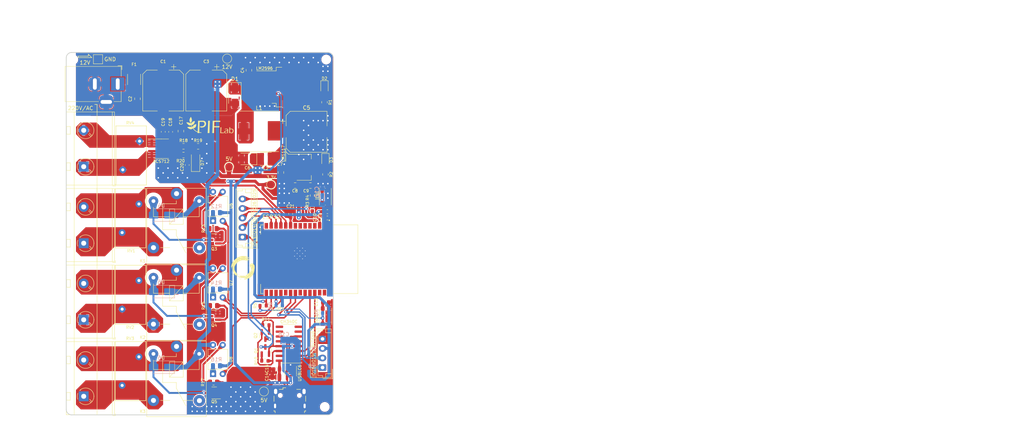
<source format=kicad_pcb>
(kicad_pcb (version 20221018) (generator pcbnew)
  (layers (0 "F.Cu" signal) (31 "B.Cu" signal) (34 "B.Paste" user) (35 "F.Paste" user) (36 "B.SilkS" user "B.Silkscreen") (37 "F.SilkS" user "F.Silkscreen") (38 "B.Mask" user) (39 "F.Mask" user) (44 "Edge.Cuts" user))
  (net 0 "")
  (net 1 "Earth")
  (net 2 "Net-(C5-Pad1)")
  (net 3 "3.3VDC")
  (net 4 "Net-(C12-Pad2)")
  (net 5 "12VDC")
  (net 6 "5VDC")
  (net 7 "Net-(C13-Pad1)")
  (net 8 "ESP_IO_ADC2_CH0")
  (net 9 "Net-(U9-FILTER)")
  (net 10 "Net-(D2-A)")
  (net 11 "Net-(D3-A)")
  (net 12 "Net-(D1-K)")
  (net 13 "Net-(D5-A)")
  (net 14 "Net-(D4-A)")
  (net 15 "Net-(F1-Pad1)")
  (net 16 "ESP_IO19")
  (net 17 "ESP_IO18")
  (net 18 "ESP_MOSI")
  (net 19 "ESP_SCLK")
  (net 20 "ESP_IO27")
  (net 21 "ESP_IO26")
  (net 22 "ESP_IO25")
  (net 23 "Net-(D6-A)")
  (net 24 "Net-(J4-D-)")
  (net 25 "Net-(J4-D+)")
  (net 27 "Net-(J5-Pin_1)")
  (net 28 "Net-(J5-Pin_2)")
  (net 29 "Net-(J7-Pin_1)")
  (net 30 "Net-(J7-Pin_2)")
  (net 31 "Net-(J6-Pin_1)")
  (net 32 "Net-(J6-Pin_2)")
  (net 33 "Net-(J8-Pin_1)")
  (net 37 "Net-(Q1-B)")
  (net 38 "Net-(Q2-B)")
  (net 39 "Net-(Q3-B)")
  (net 40 "Net-(Q4-B)")
  (net 41 "DTR")
  (net 42 "ESP_IO0")
  (net 43 "Net-(Q5-B)")
  (net 44 "RTS")
  (net 45 "ESP_EN")
  (net 46 "Net-(J8-Pin_2)")
  (net 47 "Net-(U3-IO16)")
  (net 48 "Net-(R12-Pad2)")
  (net 49 "Net-(R14-Pad2)")
  (net 50 "Net-(R15-Pad1)")
  (net 51 "Net-(R16-Pad2)")
  (net 52 "Net-(R13-Pad1)")
  (net 53 "Net-(R17-Pad1)")
  (net 54 "Net-(U9-VIOUT)")
  (net 55 "Net-(R18-Pad2)")
  (net 60 "ESP_IO12")
  (net 69 "ESP_IO_Relay_1")
  (net 70 "ESP_IO_Relay_2")
  (net 73 "ESP_IO_Relay_3")
  (net 74 "ESP_RXD")
  (net 75 "ESP_TXD")
  (footprint "Resistor_SMD:R_0603_1608Metric" (layer "F.Cu") (at 80.7488 118.379368 180)
    (fp_text reference "R5")
    (fp_text value "0")
  )
  (footprint "PIF_LAB_Symbol:PIF_Leaf" (layer "F.Cu") (at 62.611 70.993)
    (fp_text reference "G***" hide)
    (fp_text value "LOGO" hide)
  )
  (footprint "MountingHole:MountingHole_2.1mm" (layer "F.Cu") (at 46.027 144.907)
    (fp_text reference "H4" hide)
    (fp_text value "Through Hole")
  )
  (footprint "PIF_LAB_Symbol:Lab" (layer "F.Cu") (at 71.247 72.39)
    (fp_text reference "G***" hide)
    (fp_text value "LOGO" hide)
  )
  (footprint "MountingHole:MountingHole_2.1mm" (layer "F.Cu") (at 96.901 144.907)
    (fp_text reference "H3" hide)
    (fp_text value "Through Hole")
  )
  (footprint "Hnit_symbol:Hnit_symbol" (layer "F.Cu") (at 75.438 108.458)
    (fp_text reference "G***" hide)
    (fp_text value "LOGO" hide)
  )
  (footprint "Button_Switch_SMD:SW_Push_1P1T_NO_CK_KMR2" (layer "F.Cu") (at 97.043 89.786368 -90)
    (fp_text reference "EN")
    (fp_text value "SW_Push")
  )
  (footprint "Relay_THT:Relay_SPDT_SANYOU_SRD_Series_Form_C" (layer "F.Cu") (at 58.046 129.056368 -90)
    (fp_text reference "K3")
    (fp_text value "SRD-12VDC-SL-C")
  )
  (footprint "Varistor:RV_Disc_D15.5mm_W8mm_P7.5mm" (layer "F.Cu") (at 43.786 119.275368 90)
    (fp_text reference "RV2")
    (fp_text value "420L40/680V")
  )
  (footprint "Package_SO:SOIC-8_3.9x4.9mm_P1.27mm" (layer "F.Cu") (at 54.028 77.231368)
    (fp_text reference "ACS712")
    (fp_text value "ACS712xLCTR-20A")
  )
  (footprint "Capacitor_SMD:C_0805_2012Metric" (layer "F.Cu") (at 47.805 64.137368 -90)
    (fp_text reference "C2")
    (fp_text value "0.1uF/50V")
  )
  (footprint "Package_DIP:DIP-4_W7.62mm" (layer "F.Cu") (at 67.612 96.144368 90)
    (fp_text reference "U6")
    (fp_text value "PC817")
  )
  (footprint "Connector_JST:JST_EH_B4B-EH-A_1x04_P2.50mm_Vertical" (layer "F.Cu") (at 96.319 134.582368 90)
    (fp_text reference "J2" hide)
    (fp_text value "Conn_01x04_Pin")
  )
  (footprint "TerminalBlock_MetzConnect:TerminalBlock_MetzConnect_Type703_RT10N02HGLU_1x02_P9.52mm_Horizontal" (layer "F.Cu") (at 33.708 142.128368 90)
    (fp_text reference "J7" hide)
    (fp_text value "Load 220V/AC")
  )
  (footprint "Relay_THT:Relay_SPDT_SANYOU_SRD_Series_Form_C" (layer "F.Cu") (at 58.046 109.063368 -90)
    (fp_text reference "K2")
    (fp_text value "SRD-12VDC-SL-C")
  )
  (footprint "Relay_THT:Relay_SPDT_SANYOU_SRD_Series_Form_C" (layer "F.Cu") (at 58.046 88.997368 -90)
    (fp_text reference "K1")
    (fp_text value "SRD-12VDC-SL-C")
  )
  (footprint "Capacitor_SMD:C_0603_1608Metric" (layer "F.Cu") (at 97.589 93.728368)
    (fp_text reference "C10")
    (fp_text value "10uF/25V")
  )
  (footprint "Connector_JST:JST_EH_B5B-EH-A_1x05_P2.50mm_Vertical" (layer "F.Cu") (at 75.318 100.392368 90)
    (fp_text reference "J3" hide)
    (fp_text value "Conn_01x05_Pin")
  )
  (footprint "Capacitor_SMD:C_0805_2012Metric" (layer "F.Cu") (at 59.1842 72.608568 -90)
    (fp_text reference "C17")
    (fp_text value "22uF/16V")
  )
  (footprint "Varistor:RV_Disc_D15.5mm_W8mm_P7.5mm" (layer "F.Cu") (at 43.786 139.274368 90)
    (fp_text reference "RV3")
    (fp_text value "420L40/680V")
  )
  (footprint "Connector_BarrelJack:BarrelJack_Horizontal" (layer "F.Cu") (at 42.629 60.258868)
    (fp_text reference "12V")
    (fp_text value "12VDC/2~3mA")
  )
  (footprint "Resistor_SMD:R_0805_2012Metric" (layer "F.Cu") (at 67.744 118.379368)
    (fp_text reference "R15")
    (fp_text value "2.2k")
  )
  (footprint "Capacitor_SMD:C_0603_1608Metric" (layer "F.Cu") (at 60.8352 81.498568 -90)
    (fp_text reference "C20")
    (fp_text value "500nF/25V")
  )
  (footprint "Resistor_SMD:R_0805_2012Metric" (layer "F.Cu") (at 63.7035 76.596368 180)
    (fp_text reference "R19")
    (fp_text value "1k")
  )
  (footprint "ESP32_WROOM_32E:XCVR_ESP32-WROOM-32E" (layer "F.Cu") (at 92.837 106.187368 -90)
    (fp_text reference "ESP32")
    (fp_text value "ESP32-WROOM-32E")
  )
  (footprint "Capacitor_SMD:C_0603_1608Metric" (layer "F.Cu") (at 97.589 95.379368)
    (fp_text reference "C11")
    (fp_text value "100nF/50V")
  )
  (footprint "TerminalBlock_MetzConnect:TerminalBlock_MetzConnect_Type703_RT10N02HGLU_1x02_P9.52mm_Horizontal" (layer "F.Cu") (at 33.708 101.996368 90)
    (fp_text reference "J5" hide)
    (fp_text value "Load 220V/AC")
  )
  (footprint "Package_TO_SOT_SMD:SOT-23" (layer "F.Cu") (at 67.9195 141.239368 180)
    (fp_text reference "Q5")
    (fp_text value "MMBTA42/300V/0.5mA")
  )
  (footprint "Resistor_SMD:R_0805_2012Metric" (layer "F.Cu") (at 67.617 98.186368)
    (fp_text reference "R13")
    (fp_text value "2.2k")
  )
  (footprint "Package_DIP:DIP-4_W7.62mm" (layer "F.Cu") (at 67.612 136.276368 90)
    (fp_text reference "U8")
    (fp_text value "PC817")
  )
  (footprint "Diode_SMD:D_MiniMELF" (layer "F.Cu") (at 63.045 80.533368 90)
    (fp_text reference "D7")
    (fp_text value "ZMM3V3")
  )
  (footprint "Capacitor_Tantalum_SMD:CP_EIA-3528-12_Kemet-T" (layer "F.Cu") (at 76.634 79.898368 180)
    (fp_text reference "C6")
    (fp_text value "220uF/16V")
  )
  (footprint "Resistor_SMD:R_0805_2012Metric" (layer "F.Cu") (at 96.827 65.039368 90)
    (fp_text reference "R1")
    (fp_text value "1k")
  )
  (footprint "Package_TO_SOT_SMD:TO-263-5_TabPin3" (layer "F.Cu") (at 88.983 61.073368)
    (fp_text reference "LM2596")
    (fp_text value "LM2596S-ADJ")
  )
  (footprint "Resistor_SMD:R_0805_2012Metric" (layer "F.Cu") (at 59.87 76.596368)
    (fp_text reference "R18")
    (fp_text value "1k")
  )
  (footprint "Inductor_SMD:L_Coilcraft_LPS3010" (layer "F.Cu") (at 81.46 79.898368 180)
    (fp_text reference "L2")
    (fp_text value "3uH/2.2A")
  )
  (footprint "Package_TO_SOT_SMD:SOT-23" (layer "F.Cu") (at 67.9195 121.107368 180)
    (fp_text reference "Q4")
    (fp_text value "MMBTA42/300V/0.5mA")
  )
  (footprint "MountingHole:MountingHole_2.1mm" (layer "F.Cu") (at 97.282 53.848)
    (fp_text reference "H2" hide)
    (fp_text value "Through hole")
  )
  (footprint "Capacitor_SMD:C_0603_1608Metric" (layer "F.Cu") (at 84.254 135.003368)
    (fp_text reference "C15")
    (fp_text value "100nF/50V")
  )
  (footprint "Fuse:Fuse_1812_4532Metric_Pad1.30x3.40mm_HandSolder" (layer "F.Cu") (at 46.916 59.057368 -90)
    (fp_text reference "F1")
    (fp_text value "500mA")
  )
  (footprint "Capacitor_SMD:C_0805_2012Metric" (layer "F.Cu") (at 93.144 86.883368)
    (fp_text reference "C9")
    (fp_text value "100nF/50V")
  )
  (footprint "Capacitor_SMD:C_0805_2012Metric" (layer "F.Cu") (at 77.015 56.657368 90)
    (fp_text reference "C4")
    (fp_text value "0.1uF/50V")
  )
  (footprint "Package_DIP:DIP-4_W7.62mm" (layer "F.Cu") (at 67.612 116.210368 90)
    (fp_text reference "U7")
    (fp_text value "PC817")
  )
  (footprint "MountingHole:MountingHole_2.1mm" (layer "F.Cu") (at 30.988 53.848)
    (fp_text reference "H1" hide)
    (fp_text value "Through Hole")
  )
  (footprint "Varistor:RV_Disc_D15.5mm_W8mm_P7.5mm" (layer "F.Cu") (at 48.354 75.246368 -90)
    (fp_text reference "RV4")
    (fp_text value "420L40/680V")
  )
  (footprint "Capacitor_SMD:C_0603_1608Metric" (layer "F.Cu") (at 54.5614 72.786368 -90)
    (fp_text reference "C19")
    (fp_text value "100nF/50V")
  )
  (footprint "LED_SMD:LED_0805_2012Metric" (layer "F.Cu") (at 97.081 80.152368 -90)
    (fp_text reference "D3")
    (fp_text value "LED")
  )
  (footprint "TestPoint:TestPoint_Pad_D2.0mm" (layer "F.Cu") (at 71.3 53.609368)
    (fp_text reference "12V")
    (fp_text value "12VDC")
  )
  (footprint "Resistor_SMD:R_0603_1608Metric" (layer "F.Cu") (at 81.206 132.844368 180)
    (fp_text reference "R10")
    (fp_text value "10k")
  )
  (footprint "TerminalBlock_MetzConnect:TerminalBlock_MetzConnect_Type703_RT10N02HGLU_1x02_P9.52mm_Horizontal" (layer "F.Cu") (at 33.708 81.930368 90)
    (fp_text reference "220V/AC")
    (fp_text value "Load 220V/AC")
  )
  (footprint "TestPoint:TestPoint_Pad_D2.0mm" (layer "F.Cu") (at 82.857 86.629368)
    (fp_text reference "3.3V")
    (fp_text value "3.3VDC")
  )
  (footprint "Varistor:RV_Disc_D15.5mm_W8mm_P7.5mm" (layer "F.Cu") (at 43.786 99.209368 90)
    (fp_text reference "RV1")
    (fp_text value "420L40/680V")
  )
  (footprint "Resistor_SMD:R_0603_1608Metric" (layer "F.Cu") (at 81.46 123.446368)
    (fp_text reference "R11")
    (fp_text value "10k")
  )
  (footprint "Connector_USB:USB_Micro-B_Wuerth_629105150521" (layer "F.Cu") (at 87.745 142.705368)
    (fp_text reference "5V" hide)
    (fp_text value "USB_B_Mini")
  )
  (footprint "Capacitor_SMD:C_0603_1608Metric" (layer "F.Cu") (at 56.496 72.800368 -90)
    (fp_text reference "C18")
    (fp_text value "100nF/50V")
  )
  (footprint "Capacitor_SMD:C_0805_2012Metric" (layer "F.Cu") (at 89.1308 86.883368 180)
    (fp_text reference "C8")
    (fp_text value "22uF/16V")
  )
  (footprint "Resistor_SMD:R_0805_2012Metric" (layer "F.Cu") (at 67.744 138.445368)
    (fp_text reference "R17")
    (fp_text value "2.2k")
  )
  (footprint "Package_TO_SOT_SMD:SOT-23" (layer "F.Cu") (at 81.333 130.128868 90)
    (fp_text reference "Q1")
    (fp_text value "BC817")
  )
  (footprint "Resistor_SMD:R_0805_2012Metric" (layer "F.Cu") (at 97.081 83.962368 90)
    (fp_text reference "R2")
    (fp_text value "1k")
  )
  (footprint "Button_Switch_SMD:SW_Push_1P1T_NO_CK_KMR2" (layer "F.Cu") (at 97.17 121.142368 90)
    (fp_text reference "BOOT")
    (fp_text value "SW_Push")
  )
  (footprint "Capacitor_SMD:C_0603_1608Metric" (layer "F.Cu") (at 97.1572 117.439568)
    (fp_text reference "C13")
    (fp_text value "100nF/50V")
  )
  (footprint "Package_TO_SOT_SMD:SOT-223-3_TabPin2" (layer "F.Cu") (at 91.468 82.071368)
    (fp_text reference "LM1117")
    (fp_text value "LM1117MP-3.3")
  )
  (footprint "Diode_SMD:D_SMA" (layer "F.Cu") (at 73.332 63.375368 -90)
    (fp_text reference "D1")
    (fp_text value "SS34/3A")
  )
  (footprint "Package_TO_SOT_SMD:SOT-23-6" (layer "F.Cu") (at 87.937 136.032368 -90)
    (fp_text reference "USBLC6")
    (fp_text value "USBLC6-2SC6")
  )
  (footprint "Inductor_SMD:L_Taiyo-Yuden_NR-10050_9.8x10.0mm" (layer "F.Cu") (at 79.682 72.659368)
    (fp_text reference "L1")
    (fp_text value "68uH/2.08A")
  )
  (footprint "Resistor_SMD:R_0805_2012Metric" (layer "F.Cu") (at 59.87 78.882368 180)
    (fp_text reference "R20")
    (fp_text value "2.1k")
  )
  (footprint "Capacitor_SMD:C_0805_2012Metric" (layer "F.Cu") (at 85.397 83.454368 90)
    (fp_text reference "C7")
    (fp_text value "10uF/25V")
  )
  (footprint "Package_SO:SOIC-16_3.9x9.9mm_P1.27mm" (layer "F.Cu") (at 87.494 128.347368 180)
    (fp_text reference "CH340C")
    (fp_text value "CH340C")
  )
  (footprint "LED_SMD:LED_0805_2012Metric" (layer "F.Cu") (at 96.827 61.102368 -90)
    (fp_text reference "D2")
    (fp_text value "LED")
  )
  (footprint "PIF_LAB_Symbol:Lab" (layer "F.Cu") (at 84.582 119.126)
    (fp_text reference "G***" hide)
    (fp_text value "LOGO" hide)
  )
  (footprint "Resistor_SMD:R_0603_1608Metric" (layer "F.Cu") (at 93.6266 92.661368 -90)
    (fp_text reference "R3")
    (fp_text value "0")
  )
  (footprint "PIF_LAB_Symbol:PIF" (layer "F.Cu") (at 66.548 71.501)
    (fp_text reference "G***" hide)
    (fp_text value "LOGO" hide)
  )
  (footprint "Package_TO_SOT_SMD:SOT-23" (layer "F.Cu") (at 81.333 126.191868 -90)
    (fp_text reference "Q2")
    (fp_text value "BC817")
  )
  (footprint "Resistor_SMD:R_0603_1608Metric" (layer "F.Cu") (at 93.6266 89.499568 90)
    (fp_text reference "R4")
    (fp_text value "10k")
  )
  (footprint "TestPoint:TestPoint_Pad_2.0x2.0mm" (layer "F.Cu") (at 37.46 53.77)
    (fp_text reference "GND")
    (fp_text value "Earth")
  )
  (footprint "Capacitor_SMD:CP_Elec_10x10.5" (layer "F.Cu") (at 65.839 61.978368 -90)
    (fp_text reference "C3")
    (fp_text value "470uF/35V")
  )
  (footprint "TestPoint:TestPoint_Pad_D2.0mm" (layer "F.Cu") (at 80.952 140.858368)
    (fp_text reference "5V")
    (fp_text value "VBUS")
  )
  (footprint "Capacitor_SMD:CP_Elec_10x10.5" (layer "F.Cu") (at 92.128 72.786368)
    (fp_text reference "C5")
    (fp_text value "330uF/35V")
  )
  (footprint "Package_TO_SOT_SMD:SOT-23" (layer "F.Cu") (at 67.9195 101.107368 180)
    (fp_text reference "Q3")
    (fp_text value "MMBTA42/300V/0.5mA")
  )
  (footprint "TestPoint:TestPoint_Pad_D2.0mm" (layer "F.Cu") (at 71.808 81.930368)
    (fp_text reference "5V")
    (fp_text value "5VDC")
  )
  (footprint "TerminalBlock_MetzConnect:TerminalBlock_MetzConnect_Type703_RT10N02HGLU_1x02_P9.52mm_Horizontal" (layer "F.Cu") (at 33.708 122.062368 90)
    (fp_text reference "J6" hide)
    (fp_text value "Load 220V/AC")
  )
  (footprint "Capacitor_SMD:C_0805_2012Metric" (layer "F.Cu") (at 84.0508 137.099168)
    (fp_text reference "C14")
    (fp_text value "10uF/25V")
  )
  (footprint "Capacitor_SMD:C_0603_1608Metric" (layer "F.Cu") (at 87.9624 94.300168 -90)
    (fp_text reference "C21")
    (fp_text value "100nF/50V")
  )
  (footprint "Capacitor_SMD:CP_Elec_10x10.5" (layer "F.Cu") (at 54.536 61.978368 -90)
    (fp_text reference "C1")
    (fp_text value "470uF/35V")
  )
  (footprint "Diode_SMD:D_SMA" (layer "B.Cu") (at 54.028 114.683368 180)
    (fp_text reference "D5")
    (fp_text value "SS210/2A/100V")
  )
  (footprint "Capacitor_SMD:C_0603_1608Metric" (layer "B.Cu") (at 96.2428 88.534368 -90)
    (fp_text reference "C12")
    (fp_text value "100nF/50V")
  )
  (footprint "Resistor_SMD:R_0603_1608Metric" (layer "B.Cu") (at 97.17 120.253368)
    (fp_text reference "R6")
    (fp_text value "10k")
  )
  (footprint "Resistor_SMD:R_0603_1608Metric" (layer "B.Cu") (at 93.525 135.651368 180)
    (fp_text reference "R8")
    (fp_text value "10k")
  )
  (footprint "Capacitor_SMD:C_0603_1608Metric" (layer "B.Cu") (at 86.1082 128.209168 90)
    (fp_text reference "C16")
    (fp_text value "100nF/50V")
  )
  (footprint "Resistor_SMD:R_0603_1608Metric" (layer "B.Cu") (at 84.9652 118.379368)
    (fp_text reference "R9")
    (fp_text value "10k")
  )
  (footprint "Diode_SMD:D_SMA" (layer "B.Cu") (at 54.028 134.495368 180)
    (fp_text reference "D6")
    (fp_text value "SS210/2A/100V")
  )
  (footprint "Diode_SMD:D_SMA" (layer "B.Cu") (at 54.028 94.617368 180)
    (fp_text reference "D4")
    (fp_text value "SS210/2A/100V")
  )
  (footprint "Resistor_SMD:R_0805_2012Metric" (layer "B.Cu") (at 68.506 93.982368 180)
    (fp_text reference "R12")
    (fp_text value "200")
  )
  (footprint "Resistor_SMD:R_0805_2012Metric" (layer "B.Cu") (at 68.506 114.048368 180)
    (fp_text reference "R14")
    (fp_text value "200")
  )
  (footprint "Resistor_SMD:R_0603_1608Metric" (layer "B.Cu") (at 93.525 131.206368 180)
    (fp_text reference "R7")
    (fp_text value "10k")
  )
  (footprint "Resistor_SMD:R_0805_2012Metric" (layer "B.Cu") (at 68.506 134.127368 180)
    (fp_text reference "R16")
    (fp_text value "200")
  )
  (gr_line (start 37.208 127.650368) (end 37.208 127.788368) (stroke (width 0.127)) (layer "F.SilkS"))
  (gr_line (start 95.43 88.661368) (end 94.414 88.661368) (stroke (width 0.127)) (layer "F.SilkS"))
  (gr_line (start 77.65 100.091368) (end 79.174 100.091368) (stroke (width 0.127)) (layer "F.SilkS"))
  (gr_line (start 93.144 130.823868) (end 94.609 130.823868) (stroke (width 0.127)) (layer "F.SilkS"))
  (gr_line (start 77.628 87.772368) (end 77.628 87.899368) (stroke (width 0.127)) (layer "F.SilkS"))
  (gr_line (start 93.144 137.175368) (end 94.609 137.175368) (stroke (width 0.127)) (layer "F.SilkS"))
  (gr_line (start 94.609 124.472368) (end 93.144 124.472368) (stroke (width 0.127)) (layer "F.SilkS"))
  (gr_line (start 32.258 53.34) (end 35.814 53.34) (stroke (width 0.15)) (layer "F.SilkS"))
  (gr_line (start 35.814 53.34) (end 34.925 52.451) (stroke (width 0.15)) (layer "F.SilkS"))
  (gr_line (start 87.363142 78.65651) (end 86.667 77.960368) (stroke (width 0.15)) (layer "F.SilkS"))
  (gr_line (start 31.208 106.816368) (end 31.208 107.722368) (stroke (width 0.127)) (layer "F.SilkS"))
  (gr_line (start 34.925 52.959) (end 32.258 52.959) (stroke (width 0.15)) (layer "F.SilkS"))
  (gr_line (start 37.208 126.882368) (end 37.208 127.650368) (stroke (width 0.127)) (layer "F.SilkS"))
  (gr_line (start 93.144 127.650368) (end 94.541 127.650368) (stroke (width 0.127)) (layer "F.SilkS"))
  (gr_line (start 95.6205 122.824368) (end 94.2235 122.824368) (stroke (width 0.127)) (layer "F.SilkS"))
  (gr_line (start 37.208 106.816368) (end 37.208 107.722368) (stroke (width 0.127)) (layer "F.SilkS"))
  (gr_line (start 37.2033 65.62) (end 36.5967 65.62) (stroke (width 0.15)) (layer "F.SilkS"))
  (gr_line (start 93.144 134.000368) (end 94.541 134.000368) (stroke (width 0.127)) (layer "F.SilkS"))
  (gr_line (start 95.557 119.522368) (end 94.16 119.522368) (stroke (width 0.127)) (layer "F.SilkS"))
  (gr_line (start 79.174 87.772368) (end 77.628 87.772368) (stroke (width 0.127)) (layer "F.SilkS"))
  (gr_line (start 37.208 67.590368) (end 37.208 65.6336) (stroke (width 0.15)) (layer "F.SilkS"))
  (gr_line (start 77.65 90.693368) (end 79.174 90.693368) (stroke (width 0.127)) (layer "F.SilkS"))
  (gr_line (start 37.208 87.656368) (end 37.208 106.816368) (stroke (width 0.127)) (layer "F.SilkS"))
  (gr_line (start 34.925 52.451) (end 34.925 52.959) (stroke (width 0.15)) (layer "F.SilkS"))
  (gr_line (start 32.258 52.959) (end 32.258 53.34) (stroke (width 0.15)) (layer "F.SilkS"))
  (gr_line (start 93.144 124.472368) (end 93.144 137.175368) (stroke (width 0.127)) (layer "F.SilkS"))
  (gr_line (start 31.208 86.750368) (end 31.208 87.656368) (stroke (width 0.127)) (layer "F.SilkS"))
  (gr_line (start 77.65 97.043368) (end 79.174 97.043368) (stroke (width 0.127)) (layer "F.SilkS"))
  (gr_line (start 95.43 90.439368) (end 94.414 90.439368) (stroke (width 0.127)) (layer "F.SilkS"))
  (gr_line (start 86.667 77.231368) (end 86.667 80.533368) (stroke (width 0.15)) (layer "F.SilkS"))
  (gr_line (start 79.174 103.302368) (end 79.174 87.772368) (stroke (width 0.127)) (layer "F.SilkS"))
  (gr_line (start 77.65 93.868368) (end 79.174 93.868368) (stroke (width 0.127)) (layer "F.SilkS"))
  (gr_line (start 86.667 77.960368) (end 86.667 77.231368) (stroke (width 0.15)) (layer "F.SilkS"))
  (gr_line (start 77.928 103.302368) (end 79.174 103.302368) (stroke (width 0.127)) (layer "F.SilkS"))
  (gr_line (start 37.208 86.750368) (end 37.208 87.656368) (stroke (width 0.127)) (layer "F.SilkS"))
  (gr_line (start 31.208 126.882368) (end 31.208 127.788368) (stroke (width 0.127)) (layer "F.SilkS"))
  (gr_arc (start 30.456423 146.982786) (mid 29.5148 146.5326) (end 29.135623 145.560208) (stroke (width 0.2)) (layer "Edge.Cuts"))
  (gr_arc (start 97.8154 51.993801) (mid 98.757023 52.443987) (end 99.1362 53.416379) (stroke (width 0.2)) (layer "Edge.Cuts"))
  (gr_arc (start 29.140814 53.316423) (mid 29.591 52.3748) (end 30.563392 51.995623) (stroke (width 0.2)) (layer "Edge.Cuts"))
  (gr_line (start 30.563392 51.995623) (end 97.8154 51.995623) (stroke (width 0.2)) (layer "Edge.Cuts"))
  (gr_line (start 99.1362 53.416379) (end 99.1362 145.667177) (stroke (width 0.2)) (layer "Edge.Cuts"))
  (gr_arc (start 99.129186 145.667177) (mid 98.679 146.6088) (end 97.706608 146.987977) (stroke (width 0.2)) (layer "Edge.Cuts"))
  (gr_line (start 29.135623 145.560208) (end 29.135623 53.316423) (stroke (width 0.2)) (layer "Edge.Cuts"))
  (gr_line (start 97.706608 146.987977) (end 30.456423 146.987977) (stroke (width 0.2)) (layer "Edge.Cuts"))
  (gr_text "GND" (at 94.414 127.396368 90) (layer "F.SilkS") (effects (font (size 0.762 0.762) (thickness 0.127) bold) (justify left bottom)))
  (gr_text "IO13" (at 79.047 103.012368 90) (layer "F.SilkS") (effects (font (size 0.762 0.762) (thickness 0.127) bold) (justify left bottom)))
  (gr_text "IO19" (at 94.414 133.746368 90) (layer "F.SilkS") (effects (font (size 0.762 0.762) (thickness 0.127) bold) (justify left bottom)))
  (gr_text "IO26" (at 78.92 93.741368 90) (layer "F.SilkS") (effects (font (size 0.762 0.762) (thickness 0.127) bold) (justify left bottom)))
  (gr_text "3.3V" (at 94.414 130.571368 90) (layer "F.SilkS") (effects (font (size 0.762 0.762) (thickness 0.127) bold) (justify left bottom)))
  (gr_text "IO27" (at 78.92 96.789368 90) (layer "F.SilkS") (effects (font (size 0.762 0.762) (thickness 0.127) bold) (justify left bottom)))
  (gr_text "IO14" (at 78.92 99.964368 90) (layer "F.SilkS") (effects (font (size 0.762 0.762) (thickness 0.127) bold) (justify left bottom)))
  (gr_text "IO18" (at 94.414 137.048368 90) (layer "F.SilkS") (effects (font (size 0.762 0.762) (thickness 0.127) bold) (justify left bottom)))
  (gr_text "IO25" (at 78.92 90.566368 90) (layer "F.SilkS") (effects (font (size 0.762 0.762) (thickness 0.127) bold) (justify left bottom)))
  (segment (start 87.937 134.894868) (end 87.937 133.873368) (width 0.508) (layer "F.Cu") (net 1))
  (via (at 92.636 54.625368) (size 0.8) (drill 0.4) (layers "F.Cu" "B.Cu") (net 1))
  (via (at 81.206 146.065368) (size 0.8) (drill 0.4) (layers "F.Cu" "B.Cu") (net 1))
  (via (at 81.206 53.355368) (size 0.8) (drill 0.4) (layers "F.Cu" "B.Cu") (net 1))
  (via (at 77.396 142.255368) (size 0.8) (drill 0.4) (layers "F.Cu" "B.Cu") (net 1))
  (via (at 69.776 146.065368) (size 0.8) (drill 0.4) (layers "F.Cu" "B.Cu") (net 1))
  (via (at 91.366 53.355368) (size 0.8) (drill 0.4) (layers "F.Cu" "B.Cu") (net 1))
  (via (at 65.966 83.581368) (size 0.8) (drill 0.4) (layers "F.Cu" "B.Cu") (net 1))
  (via (at 53.266 84.851368) (size 0.8) (drill 0.4) (layers "F.Cu" "B.Cu") (net 1))
  (via (at 60.886 84.851368) (size 0.8) (drill 0.4) (layers "F.Cu" "B.Cu") (net 1))
  (via (at 79.936 144.795368) (size 0.8) (drill 0.4) (layers "F.Cu" "B.Cu") (net 1))
  (via (at 87.556 54.625368) (size 0.8) (drill 0.4) (layers "F.Cu" "B.Cu") (net 1))
  (via (at 86.286 86.375368) (size 0.8) (drill 0.4) (layers "F.Cu" "B.Cu") (net 1))
  (via (at 86.286 81.295368) (size 0.8) (drill 0.4) (layers "F.Cu" "B.Cu") (net 1))
  (via (at 73.586 140.985368) (size 0.8) (drill 0.4) (layers "F.Cu" "B.Cu") (net 1))
  (via (at 74.856 142.255368) (size 0.8) (drill 0.4) (layers "F.Cu" "B.Cu") (net 1))
  (via (at 58.346 82.311368) (size 0.8) (drill 0.4) (layers "F.Cu" "B.Cu") (net 1))
  (via (at 92.636 71.135368) (size 0.8) (drill 0.4) (layers "F.Cu" "B.Cu") (net 1))
  (via (at 77.396 139.715368) (size 0.8) (drill 0.4) (layers "F.Cu" "B.Cu") (net 1))
  (via (at 87.556 88.915368) (size 0.8) (drill 0.4) (layers "F.Cu" "B.Cu") (net 1))
  (via (at 65.966 81.041368) (size 0.8) (drill 0.4) (layers "F.Cu" "B.Cu") (net 1))
  (via (at 72.316 142.255368) (size 0.8) (drill 0.4) (layers "F.Cu" "B.Cu") (net 1))
  (via (at 97.716 76.215368) (size 0.8) (drill 0.4) (layers "F.Cu" "B.Cu") (net 1))
  (via (at 79.936 99.075368) (size 0.8) (drill 0.4) (layers "F.Cu" "B.Cu") (net 1))
  (via (at 78.666 53.355368) (size 0.8) (drill 0.4) (layers "F.Cu" "B.Cu") (net 1))
  (via (at 97.716 68.595368) (size 0.8) (drill 0.4) (layers "F.Cu" "B.Cu") (net 1))
  (via (at 95.176 78.755368) (size 0.8) (drill 0.4) (layers "F.Cu" "B.Cu") (net 1))
  (via (at 76.126 146.065368) (size 0.8) (drill 0.4) (layers "F.Cu" "B.Cu") (net 1))
  (via (at 65.966 78.501368) (size 0.8) (drill 0.4) (layers "F.Cu" "B.Cu") (net 1))
  (via (at 79.936 54.625368) (size 0.8) (drill 0.4) (layers "F.Cu" "B.Cu") (net 1))
  (via (at 76.126 143.525368) (size 0.8) (drill 0.4) (layers "F.Cu" "B.Cu") (net 1))
  (via (at 78.666 143.525368) (size 0.8) (drill 0.4) (layers "F.Cu" "B.Cu") (net 1))
  (via (at 90.096 78.755368) (size 0.8) (drill 0.4) (layers "F.Cu" "B.Cu") (net 1))
  (via (at 62.156 74.691368) (size 0.8) (drill 0.4) (layers "F.Cu" "B.Cu") (net 1))
  (via (at 92.636 76.215368) (size 0.8) (drill 0.4) (layers "F.Cu" "B.Cu") (net 1))
  (via (at 67.236 144.795368) (size 0.8) (drill 0.4) (layers "F.Cu" "B.Cu") (net 1))
  (via (at 86.286 53.355368) (size 0.8) (drill 0.4) (layers "F.Cu" "B.Cu") (net 1))
  (via (at 82.476 66.055368) (size 0.8) (drill 0.4) (layers "F.Cu" "B.Cu") (net 1))
  (via (at 65.966 75.961368) (size 0.8) (drill 0.4) (layers "F.Cu" "B.Cu") (net 1))
  (via (at 96.446 74.945368) (size 0.8) (drill 0.4) (layers "F.Cu" "B.Cu") (net 1))
  (via (at 72.316 139.715368) (size 0.8) (drill 0.4) (layers "F.Cu" "B.Cu") (net 1))
  (via (at 95.176 69.865368) (size 0.8) (drill 0.4) (layers "F.Cu" "B.Cu") (net 1))
  (via (at 87.937 133.873368) (size 0.8) (drill 0.4) (layers "F.Cu" "B.Cu") (net 1))
  (via (at 86.286 88.915368) (size 0.8) (drill 0.4) (layers "F.Cu" "B.Cu") (net 1))
  (via (at 73.586 146.065368) (size 0.8) (drill 0.4) (layers "F.Cu" "B.Cu") (net 1))
  (via (at 97.716 55.641368) (size 0.8) (drill 0.4) (layers "F.Cu" "B.Cu") (net 1))
  (via (at 79.936 66.055368) (size 0.8) (drill 0.4) (layers "F.Cu" "B.Cu") (net 1))
  (via (at 97.716 56.911368) (size 0.8) (drill 0.4) (layers "F.Cu" "B.Cu") (net 1))
  (via (at 97.716 86.375368) (size 0.8) (drill 0.4) (layers "F.Cu" "B.Cu") (net 1))
  (via (at 92.636 78.755368) (size 0.8) (drill 0.4) (layers "F.Cu" "B.Cu") (net 1))
  (via (at 92.636 73.675368) (size 0.8) (drill 0.4) (layers "F.Cu" "B.Cu") (net 1))
  (via (at 93.906 69.865368) (size 0.8) (drill 0.4) (layers "F.Cu" "B.Cu") (net 1))
  (via (at 93.906 53.355368) (size 0.8) (drill 0.4) (layers "F.Cu" "B.Cu") (net 1))
  (via (at 63.426 146.065368) (size 0.8) (drill 0.4) (layers "F.Cu" "B.Cu") (net 1))
  (via (at 91.366 72.405368) (size 0.8) (drill 0.4) (layers "F.Cu" "B.Cu") (net 1))
  (via (at 71.046 143.525368) (size 0.8) (drill 0.4) (layers "F.Cu" "B.Cu") (net 1))
  (via (at 72.316 144.795368) (size 0.8) (drill 0.4) (layers "F.Cu" "B.Cu") (net 1))
  (via (at 97.716 88.915368) (size 0.8) (drill 0.4) (layers "F.Cu" "B.Cu") (net 1))
  (via (at 81.206 66.055368) (size 0.8) (drill 0.4) (layers "F.Cu" "B.Cu") (net 1))
  (via (at 76.126 140.985368) (size 0.8) (drill 0.4) (layers "F.Cu" "B.Cu") (net 1))
  (via (at 91.366 69.865368) (size 0.8) (drill 0.4) (layers "F.Cu" "B.Cu") (net 1))
  (via (at 59.616 83.581368) (size 0.8) (drill 0.4) (layers "F.Cu" "B.Cu") (net 1))
  (via (at 74.856 144.795368) (size 0.8) (drill 0.4) (layers "F.Cu" "B.Cu") (net 1))
  (via (at 54.536 83.581368) (size 0.8) (drill 0.4) (layers "F.Cu" "B.Cu") (net 1))
  (via (at 91.366 77.485368) (size 0.8) (drill 0.4) (layers "F.Cu" "B.Cu") (net 1))
  (via (at 86.286 91.455368) (size 0.8) (drill 0.4) (layers "F.Cu" "B.Cu") (net 1))
  (via (at 96.446 86.375368) (size 0.8) (drill 0.4) (layers "F.Cu" "B.Cu") (net 1))
  (via (at 55.806 84.851368) (size 0.8) (drill 0.4) (layers "F.Cu" "B.Cu") (net 1))
  (via (at 78.666 140.985368) (size 0.8) (drill 0.4) (layers "F.Cu" "B.Cu") (net 1))
  (via (at 64.696 82.311368) (size 0.8) (drill 0.4) (layers "F.Cu" "B.Cu") (net 1))
  (via (at 85.016 86.375368) (size 0.8) (drill 0.4) (layers "F.Cu" "B.Cu") (net 1))
  (via (at 67.236 146.065368) (size 0.8) (drill 0.4) (layers "F.Cu" "B.Cu") (net 1))
  (via (at 77.396 144.795368) (size 0.8) (drill 0.4) (layers "F.Cu" "B.Cu") (net 1))
  (via (at 82.476 54.625368) (size 0.8) (drill 0.4) (layers "F.Cu" "B.Cu") (net 1))
  (via (at 68.506 144.795368) (size 0.8) (drill 0.4) (layers "F.Cu" "B.Cu") (net 1))
  (via (at 96.446 56.911368) (size 0.8) (drill 0.4) (layers "F.Cu" "B.Cu") (net 1))
  (via (at 97.716 90.185368) (size 0.8) (drill 0.4) (layers "F.Cu" "B.Cu") (net 1))
  (via (at 91.366 74.945368) (size 0.8) (drill 0.4) (layers "F.Cu" "B.Cu") (net 1))
  (via (at 85.016 88.915368) (size 0.8) (drill 0.4) (layers "F.Cu" "B.Cu") (net 1))
  (via (at 64.696 79.771368) (size 0.8) (drill 0.4) (layers "F.Cu" "B.Cu") (net 1))
  (via (at 85.016 91.455368) (size 0.8) (drill 0.4) (layers "F.Cu" "B.Cu") (net 1))
  (via (at 77.396 54.625368) (size 0.8) (drill 0.4) (layers "F.Cu" "B.Cu") (net 1))
  (via (at 62.156 146.065368) (size 0.8) (drill 0.4) (layers "F.Cu" "B.Cu") (net 1))
  (via (at 83.746 53.355368) (size 0.8) (drill 0.4) (layers "F.Cu" "B.Cu") (net 1))
  (via (at 65.966 146.065368) (size 0.8) (drill 0.4) (layers "F.Cu" "B.Cu") (net 1))
  (via (at 85.016 87.645368) (size 0.8) (drill 0.4) (layers "F.Cu" "B.Cu") (net 1))
  (via (at 95.176 86.375368) (size 0.8) (drill 0.4) (layers "F.Cu" "B.Cu") (net 1))
  (via (at 85.016 54.625368) (size 0.8) (drill 0.4) (layers "F.Cu" "B.Cu") (net 1))
  (via (at 90.096 54.625368) (size 0.8) (drill 0.4) (layers "F.Cu" "B.Cu") (net 1))
  (via (at 55.806 82.311368) (size 0.8) (drill 0.4) (layers "F.Cu" "B.Cu") (net 1))
  (via (at 87.556 91.455368) (size 0.8) (drill 0.4) (layers "F.Cu" "B.Cu") (net 1))
  (via (at 97.716 74.945368) (size 0.8) (drill 0.4) (layers "F.Cu" "B.Cu") (net 1))
  (via (at 69.776 144.795368) (size 0.8) (drill 0.4) (layers "F.Cu" "B.Cu") (net 1))
  (via (at 83.746 66.055368) (size 0.8) (drill 0.4) (layers "F.Cu" "B.Cu") (net 1))
  (via (at 53.266 82.311368) (size 0.8) (drill 0.4) (layers "F.Cu" "B.Cu") (net 1))
  (via (at 97.716 69.865368) (size 0.8) (drill 0.4) (layers "F.Cu" "B.Cu") (net 1))
  (via (at 97.716 77.485368) (size 0.8) (drill 0.4) (layers "F.Cu" "B.Cu") (net 1))
  (via (at 74.856 139.715368) (size 0.8) (drill 0.4) (layers "F.Cu" "B.Cu") (net 1))
  (via (at 88.826 53.355368) (size 0.8) (drill 0.4) (layers "F.Cu" "B.Cu") (net 1))
  (via (at 78.666 146.065368) (size 0.8) (drill 0.4) (layers "F.Cu" "B.Cu") (net 1))
  (via (at 91.366 80.025368) (size 0.8) (drill 0.4) (layers "F.Cu" "B.Cu") (net 1))
  (via (at 57.076 83.581368) (size 0.8) (drill 0.4) (layers "F.Cu" "B.Cu") (net 1))
  (via (at 95.176 54.625368) (size 0.8) (drill 0.4) (layers "F.Cu" "B.Cu") (net 1))
  (via (at 68.506 146.065368) (size 0.8) (drill 0.4) (layers "F.Cu" "B.Cu") (net 1))
  (via (at 86.286 87.645368) (size 0.8) (drill 0.4) (layers "F.Cu" "B.Cu") (net 1))
  (via (at 95.176 76.215368) (size 0.8) (drill 0.4) (layers "F.Cu" "B.Cu") (net 1))
  (via (at 65.966 144.795368) (size 0.8) (drill 0.4) (layers "F.Cu" "B.Cu") (net 1))
  (via (at 62.156 144.795368) (size 0.8) (drill 0.4) (layers "F.Cu" "B.Cu") (net 1))
  (via (at 96.446 55.641368) (size 0.8) (drill 0.4) (layers "F.Cu" "B.Cu") (net 1))
  (via (at 93.906 74.945368) (size 0.8) (drill 0.4) (layers "F.Cu" "B.Cu") (net 1))
  (via (at 73.586 143.525368) (size 0.8) (drill 0.4) (layers "F.Cu" "B.Cu") (net 1))
  (via (at 79.936 97.805368) (size 0.8) (drill 0.4) (layers "F.Cu" "B.Cu") (net 1))
  (via (at 76.126 53.355368) (size 0.8) (drill 0.4) (layers "F.Cu" "B.Cu") (net 1))
  (via (at 93.906 77.485368) (size 0.8) (drill 0.4) (layers "F.Cu" "B.Cu") (net 1))
  (via (at 96.446 69.865368) (size 0.8) (drill 0.4) (layers "F.Cu" "B.Cu") (net 1))
  (via (at 58.346 84.851368) (size 0.8) (drill 0.4) (layers "F.Cu" "B.Cu") (net 1))
  (via (at 64.696 146.065368) (size 0.8) (drill 0.4) (layers "F.Cu" "B.Cu") (net 1))
  (via (at 71.046 146.065368) (size 0.8) (drill 0.4) (layers "F.Cu" "B.Cu") (net 1))
  (via (at 96.446 77.485368) (size 0.8) (drill 0.4) (layers "F.Cu" "B.Cu") (net 1))
  (segment (start 89.071 68.223368) (end 87.928 69.366368) (width 0.762) (layer "F.Cu") (net 2))
  (segment (start 96.827 65.951868) (end 96.827 67.325368) (width 0.762) (layer "F.Cu") (net 2))
  (segment (start 87.928 69.366368) (end 87.928 72.786368) (width 0.762) (layer "F.Cu") (net 2))
  (segment (start 96.827 67.325368) (end 95.929 68.223368) (width 0.762) (layer "F.Cu") (net 2))
  (segment (start 95.929 68.223368) (end 89.071 68.223368) (width 0.762) (layer "F.Cu") (net 2))
  (segment (start 90.1082 88.674568) (end 90.096 88.686768) (width 0.381) (layer "F.Cu") (net 3))
  (segment (start 80.698 87.772368) (end 83.175 90.249368) (width 0.762) (layer "F.Cu") (net 3))
  (segment (start 71.554 85.740368) (end 73.078 85.740368) (width 0.762) (layer "F.Cu") (net 3))
  (segment (start 96.814 95.379368) (end 96.814 93.728368) (width 0.762) (layer "F.Cu") (net 3))
  (segment (start 78.666 85.740368) (end 79.555 86.629368) (width 0.762) (layer "F.Cu") (net 3))
  (segment (start 90.096 95.265368) (end 90.096 88.686768) (width 1.016) (layer "F.Cu") (net 3))
  (segment (start 83.175 90.249368) (end 90.0838 90.249368) (width 0.762) (layer "F.Cu") (net 3))
  (segment (start 92.194 82.086568) (end 92.194 84.947968) (width 1.016) (layer "F.Cu") (net 3))
  (segment (start 95.3154 93.728368) (end 95.303 93.715968) (width 0.762) (layer "F.Cu") (net 3))
  (segment (start 92.194 86.883368) (end 90.157 86.883368) (width 1.016) (layer "F.Cu") (net 3))
  (segment (start 79.555 86.629368) (end 82.857 86.629368) (width 0.762) (layer "F.Cu") (net 3))
  (segment (start 92.194 86.883368) (end 92.194 84.978368) (width 1.016) (layer "F.Cu") (net 3))
  (segment (start 92.1788 82.071368) (end 94.618 82.071368) (width 1.27) (layer "F.Cu") (net 3))
  (segment (start 90.096 86.898568) (end 90.0808 86.883368) (width 0.762) (layer "F.Cu") (net 3))
  (segment (start 96.814 95.379368) (end 96.814 97.424368) (width 0.762) (layer "F.Cu") (net 3))
  (segment (start 88.318 82.071368) (end 92.1788 82.071368) (width 1.27) (layer "F.Cu") (net 3))
  (segment (start 97.081 84.874868) (end 92.2975 84.874868) (width 0.762) (layer "F.Cu") (net 3))
  (segment (start 93.6266 88.674568) (end 90.1082 88.674568) (width 0.381) (layer "F.Cu") (net 3))
  (segment (start 92.194 84.947968) (end 92.1788 84.963168) (width 1.016) (layer "F.Cu") (net 3))
  (segment (start 73.078 85.740368) (end 78.666 85.740368) (width 0.762) (layer "F.Cu") (net 3))
  (segment (start 96.814 93.728368) (end 95.3154 93.728368) (width 0.762) (layer "F.Cu") (net 3))
  (segment (start 80.698 86.629368) (end 80.698 87.772368) (width 0.762) (layer "F.Cu") (net 3))
  (segment (start 96.814 97.424368) (end 96.827 97.437368) (width 0.762) (layer "F.Cu") (net 3))
  (segment (start 92.2975 84.874868) (end 92.194 84.978368) (width 0.762) (layer "F.Cu") (net 3))
  (segment (start 92.1788 82.071368) (end 92.194 82.086568) (width 1.016) (layer "F.Cu") (net 3))
  (segment (start 90.096 88.686768) (end 90.096 86.898568) (width 1.016) (layer "F.Cu") (net 3))
  (via (at 71.554 85.740368) (size 0.8) (drill 0.4) (layers "F.Cu" "B.Cu") (net 3))
  (via (at 90.096 93.899568) (size 0.8) (drill 0.4) (layers "F.Cu" "B.Cu") (net 3))
  (via (at 95.303 93.715968) (size 0.8) (drill 0.4) (layers "F.Cu" "B.Cu") (net 3))
  (via (at 90.096 95.265368) (size 0.8) (drill 0.4) (layers "F.Cu" "B.Cu") (net 3))
  (via (at 73.078 85.740368) (size 0.8) (drill 0.4) (layers "F.Cu" "B.Cu") (net 3))
  (segment (start 72.316 133.111368) (end 71.3 134.127368) (width 0.762) (layer "B.Cu") (net 3))
  (segment (start 72.316 93.995368) (end 72.316 114.061368) (width 0.762) (layer "B.Cu") (net 3))
  (segment (start 71.3 134.127368) (end 69.4185 134.127368) (width 0.762) (layer "B.Cu") (net 3))
  (segment (start 85.778 116.220368) (end 95.557 116.220368) (width 0.762) (layer "B.Cu") (net 3))
  (segment (start 78.539 96.789368) (end 78.539 115.458368) (width 0.762) (layer "B.Cu") (net 3))
  (segment (start 72.316 114.061368) (end 72.316 133.111368) (width 0.762) (layer "B.Cu") (net 3))
  (segment (start 79.301 116.220368) (end 85.778 116.220368) (width 0.762) (layer "B.Cu") (net 3))
  (segment (start 85.7902 116.232568) (end 85.778 116.220368) (width 0.762) (layer "B.Cu") (net 3))
  (segment (start 98.0052 123.205368) (end 98.0052 129.582368) (width 0.762) (layer "B.Cu") (net 3))
  (segment (start 95.303 93.715968) (end 94.5156 94.503368) (width 0.762) (layer "B.Cu") (net 3))
  (segment (start 72.303 93.982368) (end 72.316 93.995368) (width 0.762) (layer "B.Cu") (net 3))
  (segment (start 98.0052 129.582368) (end 96.573 129.582368) (width 0.762) (layer "B.Cu") (net 3))
  (segment (start 78.539 115.458368) (end 79.301 116.220368) (width 0.762) (layer "B.Cu") (net 3))
  (segment (start 72.316 85.740368) (end 71.554 85.740368) (width 0.762) (layer "B.Cu") (net 3))
  (segment (start 93.652 137.683368) (end 92.7 136.731368) (width 0.762) (layer "B.Cu") (net 3))
  (segment (start 73.078 85.740368) (end 72.316 85.740368) (width 0.762) (layer "B.Cu") (net 3))
  (segment (start 92.7 131.206368) (end 92.7 124.919368) (width 0.762) (layer "B.Cu") (net 3))
  (segment (start 98.0052 120.263568) (end 98.0052 123.205368) (width 0.762) (layer "B.Cu") (net 3))
  (segment (start 95.557 116.220368) (end 97.995 118.658368) (width 0.762) (layer "B.Cu") (net 3))
  (segment (start 92.7 136.731368) (end 92.7 135.651368) (width 0.762) (layer "B.Cu") (net 3))
  (segment (start 97.995 118.658368) (end 97.995 120.253368) (width 0.762) (layer "B.Cu") (net 3))
  (segment (start 69.4185 114.048368) (end 72.303 114.048368) (width 0.762) (layer "B.Cu") (net 3))
  (segment (start 72.303 114.048368) (end 72.316 114.061368) (width 0.762) (layer "B.Cu") (net 3))
  (segment (start 97.995 120.253368) (end 98.0052 120.263568) (width 0.762) (layer "B.Cu") (net 3))
  (segment (start 98.0052 129.582368) (end 98.0052 136.632168) (width 0.762) (layer "B.Cu") (net 3))
  (segment (start 72.316 85.740368) (end 72.316 93.995368) (width 0.762) (layer "B.Cu") (net 3))
  (segment (start 90.096 93.899568) (end 90.096 95.265368) (width 1.016) (layer "B.Cu") (net 3))
  (segment (start 96.954 137.683368) (end 93.652 137.683368) (width 0.762) (layer "B.Cu") (net 3))
  (segment (start 94.414 123.205368) (end 98.0052 123.205368) (width 0.762) (layer "B.Cu") (net 3))
  (segment (start 94.5156 94.503368) (end 80.825 94.503368) (width 0.762) (layer "B.Cu") (net 3))
  (segment (start 92.7 124.919368) (end 94.414 123.205368) (width 0.762) (layer "B.Cu") (net 3))
  (segment (start 98.0052 136.632168) (end 96.954 137.683368) (width 0.762) (layer "B.Cu") (net 3))
  (segment (start 80.825 94.503368) (end 78.539 96.789368) (width 0.762) (layer "B.Cu") (net 3))
  (segment (start 85.7902 118.379368) (end 85.7902 116.232568) (width 0.762) (layer "B.Cu") (net 3))
  (segment (start 69.4185 93.982368) (end 72.303 93.982368) (width 0.762) (layer "B.Cu") (net 3))
  (segment (start 93.6266 90.324568) (end 93.6266 91.836368) (width 0.508) (layer "F.Cu") (net 4))
  (segment (start 96.243 90.617368) (end 96.243 91.836368) (width 0.762) (layer "F.Cu") (net 4))
  (segment (start 96.2428 90.617168) (end 96.243 90.617368) (width 0.762) (layer "F.Cu") (net 4))
  (segment (start 96.243 90.616968) (end 96.2428 90.617168) (width 0.762) (layer "F.Cu") (net 4))
  (segment (start 96.243 87.736368) (end 96.243 90.616968) (width 0.762) (layer "F.Cu") (net 4))
  (segment (start 93.6266 91.836368) (end 96.243 91.836368) (width 0.508) (layer "F.Cu") (net 4))
  (via (at 96.2428 90.617168) (size 0.8) (drill 0.4) (layers "F.Cu" "B.Cu") (net 4))
  (segment (start 96.2428 89.309368) (end 96.2428 90.617168) (width 0.762) (layer "B.Cu") (net 4))
  (via (at 69.268 60.721368) (size 0.8) (drill 0.4) (layers "F.Cu" "B.Cu") (net 5))
  (via (at 68.252 60.721368) (size 0.8) (drill 0.4) (layers "F.Cu" "B.Cu") (net 5))
  (via (at 68.252 59.705368) (size 0.8) (drill 0.4) (layers "F.Cu" "B.Cu") (net 5))
  (via (at 69.268 59.705368) (size 0.8) (drill 0.4) (layers "F.Cu" "B.Cu") (net 5))
  (segment (start 60.326 114.683368) (end 63.996 111.013368) (width 1.27) (layer "B.Cu") (net 5))
  (segment (start 56.028 114.683368) (end 60.326 114.683368) (width 1.27) (layer "B.Cu") (net 5))
  (segment (start 66.601 99.583368) (end 66.601 106.060368) (width 1.016) (layer "B.Cu") (net 5))
  (segment (start 65.966 111.013368) (end 63.996 111.013368) (width 1.016) (layer "B.Cu") (net 5))
  (segment (start 66.601 106.060368) (end 65.966 106.695368) (width 1.016) (layer "B.Cu") (net 5))
  (segment (start 63.996 127.461368) (end 63.996 128.666368) (width 1.016) (layer "B.Cu") (net 5))
  (segment (start 60.326 94.617368) (end 63.996 90.947368) (width 1.27) (layer "B.Cu") (net 5))
  (segment (start 68.76 60.721368) (end 68.76 84.081568) (width 1.016) (layer "B.Cu") (net 5))
  (segment (start 65.966 118.760368) (end 66.601 119.395368) (width 1.016) (layer "B.Cu") (net 5))
  (segment (start 66.093 99.075368) (end 66.601 99.583368) (width 1.016) (layer "B.Cu") (net 5))
  (segment (start 68.252 60.721368) (end 68.76 60.721368) (width 1.016) (layer "B.Cu") (net 5))
  (segment (start 69.268 60.721368) (end 69.268 59.705368) (width 1.016) (layer "B.Cu") (net 5))
  (segment (start 67.612 128.656368) (end 64.006 128.656368) (width 1.016) (layer "B.Cu") (net 5))
  (segment (start 65.976 108.590368) (end 65.966 108.600368) (width 1.016) (layer "B.Cu") (net 5))
  (segment (start 68.7561 84.085468) (end 66.1008 86.740768) (width 1.016) (layer "B.Cu") (net 5))
  (segment (start 66.1108 88.524368) (end 66.1008 88.534368) (width 1.016) (layer "B.Cu") (net 5))
  (segment (start 60.507 134.495368) (end 63.996 131.006368) (width 1.27) (layer "B.Cu") (net 5))
  (segment (start 66.601 124.856368) (end 63.996 127.461368) (width 1.016) (layer "B.Cu") (net 5))
  (segment (start 66.1008 99.067568) (end 66.093 99.075368) (width 1.016) (layer "B.Cu") (net 5))
  (segment (start 66.1008 88.534368) (end 66.1008 90.947368) (width 1.016) (layer "B.Cu") (net 5))
  (segment (start 68.252 59.705368) (end 68.252 60.721368) (width 1.016) (layer "B.Cu") (net 5))
  (segment (start 66.1008 86.740768) (end 66.1008 88.534368) (width 1.016) (layer "B.Cu") (net 5))
  (segment (start 65.966 111.013368) (end 65.966 118.760368) (width 1.016) (layer "B.Cu") (net 5))
  (segment (start 65.966 106.695368) (end 65.966 108.600368) (width 1.016) (layer "B.Cu") (net 5))
  (segment (start 63.996 128.666368) (end 63.996 131.006368) (width 1.016) (layer "B.Cu") (net 5))
  (segment (start 56.028 94.617368) (end 60.326 94.617368) (width 1.27) (layer "B.Cu") (net 5))
  (segment (start 56.028 134.495368) (end 60.507 134.495368) (width 1.27) (layer "B.Cu") (net 5))
  (segment (start 66.1008 90.947368) (end 66.1008 99.067568) (width 1.016) (layer "B.Cu") (net 5))
  (segment (start 68.76 84.081568) (end 68.7561 84.085468) (width 1.016) (layer "B.Cu") (net 5))
  (segment (start 67.612 108.590368) (end 65.976 108.590368) (width 1.016) (layer "B.Cu") (net 5))
  (segment (start 66.1008 90.947368) (end 63.996 90.947368) (width 1.016) (layer "B.Cu") (net 5))
  (segment (start 66.601 119.395368) (end 66.601 124.856368) (width 1.016) (layer "B.Cu") (net 5))
  (segment (start 69.268 59.705368) (end 68.252 59.705368) (width 1.016) (layer "B.Cu") (net 5))
  (segment (start 64.006 128.656368) (end 63.996 128.666368) (width 1.016) (layer "B.Cu") (net 5))
  (segment (start 68.76 60.721368) (end 69.268 60.721368) (width 1.016) (layer "B.Cu") (net 5))
  (segment (start 67.612 88.524368) (end 66.1108 88.524368) (width 1.016) (layer "B.Cu") (net 5))
  (segment (start 65.966 108.600368) (end 65.966 111.013368) (width 1.016) (layer "B.Cu") (net 5))
  (segment (start 85.019 132.792368) (end 85.019 134.993368) (width 0.635) (layer "F.Cu") (net 6))
  (segment (start 88.285 84.404368) (end 88.332 84.357368) (width 1.016) (layer "F.Cu") (net 6))
  (segment (start 79.809 84.404368) (end 88.285 84.404368) (width 1.016) (layer "F.Cu") (net 6))
  (segment (start 86.445 140.805368) (end 86.445 139.112368) (width 0.381) (layer "F.Cu") (net 6))
  (segment (start 56.496 73.575368) (end 59.1674 73.575368) (width 0.635) (layer "F.Cu") (net 6))
  (segment (start 56.503 73.582368) (end 56.496 73.575368) (width 0.635) (layer "F.Cu") (net 6))
  (segment (start 79.301 83.327368) (end 79.809 83.327368) (width 1.016) (layer "F.Cu") (net 6))
  (segment (start 79.301 84.404368) (end 78.793 84.404368) (width 1.016) (layer "F.Cu") (net 6))
  (segment (start 89.969 128.982368) (end 88.3756 128.982368) (width 0.381) (layer "F.Cu") (net 6))
  (segment (start 67.744 82.311368) (end 67.744 75.834368) (width 1.016) (layer "F.Cu") (net 6))
  (segment (start 87.937 137.169868) (end 87.937 138.572368) (width 0.381) (layer "F.Cu") (net 6))
  (segment (start 83.238 138.572368) (end 80.952 140.858368) (width 0.762) (layer "F.Cu") (net 6))
  (segment (start 88.3756 128.982368) (end 88.3644 128.971168) (width 0.381) (layer "F.Cu") (net 6))
  (segment (start 71.808 84.404368) (end 69.837 84.404368) (width 1.016) (layer "F.Cu") (net 6))
  (segment (start 79.809 84.404368) (end 79.301 84.404368) (width 1.016) (layer "F.Cu") (net 6))
  (segment (start 65.4808 73.571168) (end 59.1968 73.571168) (width 0.762) (layer "F.Cu") (net 6))
  (segment (start 71.808 84.404368) (end 71.808 81.930368) (width 1.016) (layer "F.Cu") (net 6))
  (segment (start 81.333 62.773368) (end 84.7566 62.773368) (width 0.508) (layer "F.Cu") (net 6))
  (segment (start 84.7566 62.773368) (end 84.762 62.778768) (width 0.508) (layer "F.Cu") (net 6))
  (segment (start 78.793 84.404368) (end 71.808 84.404368) (width 1.016) (layer "F.Cu") (net 6))
  (segment (start 85.0008 138.562168) (end 84.9906 138.572368) (width 0.635) (layer "F.Cu") (net 6))
  (segment (start 67.744 75.834368) (end 65.4808 73.571168) (width 1.016) (layer "F.Cu") (net 6))
  (segment (start 79.301 84.404368) (end 79.301 83.327368) (width 1.016) (layer "F.Cu") (net 6))
  (segment (start 59.1968 73.571168) (end 59.1842 73.558568) (width 1.016) (layer "F.Cu") (net 6))
  (segment (start 85.0008 137.099168) (end 85.0008 138.562168) (width 0.635) (layer "F.Cu") (net 6))
  (segment (start 85.905 138.572368) (end 84.9906 138.572368) (width 0.381) (layer "F.Cu") (net 6))
  (segment (start 85.019 134.993368) (end 85.029 135.003368) (width 0.635) (layer "F.Cu") (net 6))
  (segment (start 78.793 83.327368) (end 79.301 83.327368) (width 1.016) (layer "F.Cu") (net 6))
  (segment (start 83.873 138.572368) (end 84.9906 138.572368) (width 0.762) (layer "F.Cu") (net 6))
  (segment (start 85.0008 135.031568) (end 85.029 135.003368) (width 0.635) (layer "F.Cu") (net 6))
  (segment (start 56.503 75.326368) (end 56.503 73.582368) (width 0.635) (layer "F.Cu") (net 6))
  (segment (start 78.793 82.311368) (end 78.793 84.404368) (width 1.016) (layer "F.Cu") (net 6))
  (segment (start 59.1674 73.575368) (end 59.1842 73.558568) (width 0.635) (layer "F.Cu") (net 6))
  (segment (start 87.937 138.572368) (end 87.947622 138.58299) (width 0.381) (layer "F.Cu") (net 6))
  (segment (start 79.809 82.311368) (end 79.809 84.404368) (width 1.016) (layer "F.Cu") (net 6))
  (segment (start 83.873 138.572368) (end 83.238 138.572368) (width 0.762) (layer "F.Cu") (net 6))
  (segment (start 79.809 82.311368) (end 79.809 83.327368) (width 1.016) (layer "F.Cu") (net 6))
  (segment (start 85.0008 137.416368) (end 85.0008 135.031568) (width 0.635) (layer "F.Cu") (net 6))
  (segment (start 86.445 139.112368) (end 85.905 138.572368) (width 0.381) (layer "F.Cu") (net 6))
  (segment (start 78.793 82.311368) (end 78.793 83.327368) (width 1.016) (layer "F.Cu") (net 6))
  (segment (start 69.837 84.404368) (end 67.744 82.311368) (width 1.016) (layer "F.Cu") (net 6))
  (via (at 79.809 83.327368) (size 0.8) (drill 0.4) (layers "F.Cu" "B.Cu") (net 6))
  (via (at 78.793 83.327368) (size 0.8) (drill 0.4) (layers "F.Cu" "B.Cu") (net 6))
  (via (at 88.3644 128.971168) (size 0.8) (drill 0.4) (layers "F.Cu" "B.Cu") (net 6))
  (via (at 78.793 82.311368) (size 0.8) (drill 0.4) (layers "F.Cu" "B.Cu") (net 6))
  (via (at 84.762 62.778768) (size 0.8) (drill 0.4) (layers "F.Cu" "B.Cu") (net 6))
  (via (at 83.873 138.572368) (size 0.8) (drill 0.4) (layers "F.Cu" "B.Cu") (net 6))
  (via (at 84.9906 138.572368) (size 0.8) (drill 0.4) (layers "F.Cu" "B.Cu") (net 6))
  (via (at 87.947622 138.58299) (size 0.8) (drill 0.4) (layers "F.Cu" "B.Cu") (net 6))
  (via (at 79.809 82.311368) (size 0.8) (drill 0.4) (layers "F.Cu" "B.Cu") (net 6))
  (segment (start 86.0828 128.983568) (end 86.0828 135.397368) (width 0.635) (layer "B.Cu") (net 6))
  (segment (start 77.523 82.819368) (end 78.793 82.819368) (width 0.762) (layer "B.Cu") (net 6))
  (segment (start 83.873 138.572368) (end 78.412 138.572368) (width 0.762) (layer "B.Cu") (net 6))
  (segment (start 86.0828 135.397368) (end 87.947622 137.26219) (width 0.635) (layer "B.Cu") (net 6))
  (segment (start 86.0952 128.971168) (end 86.0828 128.983568) (width 0.635) (layer "B.Cu") (net 6))
  (segment (start 85.4732 79.876578) (end 82.55581 82.793968) (width 0.508) (layer "B.Cu") (net 6))
  (segment (start 85.4732 63.489968) (end 85.4732 79.876578) (width 0.508) (layer "B.Cu") (net 6))
  (segment (start 78.793 82.819368) (end 78.793 83.327368) (width 1.016) (layer "B.Cu") (net 6))
  (segment (start 82.55581 82.793968) (end 79.809 82.793968) (width 0.508) (layer "B.Cu") (net 6))
  (segment (start 79.809 83.327368) (end 78.793 83.327368) (width 1.016) (layer "B.Cu") (net 6))
  (segment (start 87.947622 137.26219) (end 87.947622 138.58299) (width 0.635) (layer "B.Cu") (net 6))
  (segment (start 84.9906 138.572368) (end 87.937 138.572368) (width 0.635) (layer "B.Cu") (net 6))
  (segment (start 88.3644 128.971168) (end 86.0952 128.971168) (width 0.635) (layer "B.Cu") (net 6))
  (segment (start 73.459 133.619368) (end 73.459 86.883368) (width 0.762) (layer "B.Cu") (net 6))
  (segment (start 83.873 138.572368) (end 84.381 138.572368) (width 0.762) (layer "B.Cu") (net 6))
  (segment (start 73.459 86.883368) (end 77.523 82.819368) (width 0.762) (layer "B.Cu") (net 6))
  (segment (start 79.809 83.327368) (end 79.809 82.793968) (width 1.016) (layer "B.Cu") (net 6))
  (segment (start 87.937 138.572368) (end 87.947622 138.58299) (width 0.635) (layer "B.Cu") (net 6))
  (segment (start 78.412 138.572368) (end 73.459 133.619368) (width 0.762) (layer "B.Cu") (net 6))
  (segment (start 84.762 62.778768) (end 85.4732 63.489968) (width 0.508) (layer "B.Cu") (net 6))
  (segment (start 84.381 138.572368) (end 84.9906 138.572368) (width 0.762) (layer "B.Cu") (net 6))
  (segment (start 78.793 82.311368) (end 78.793 82.819368) (width 1.016) (layer "B.Cu") (net 6))
  (segment (start 78.793 82.311368) (end 79.809 82.311368) (width 1.016) (layer "B.Cu") (net 6))
  (segment (start 79.809 82.793968) (end 79.809 82.311368) (width 1.016) (layer "B.Cu") (net 6))
  (segment (start 96.3822 117.439568) (end 96.3822 119.080168) (width 0.508) (layer "F.Cu") (net 7))
  (segment (start 96.37 121.630368) (end 96.37 123.192368) (width 0.381) (layer "F.Cu") (net 7))
  (segment (start 79.936 119.592768) (end 79.9238 119.580568) (width 0.381) (layer "F.Cu") (net 7))
  (segment (start 96.37 121.630368) (end 96.37 119.092368) (width 0.381) (layer "F.Cu") (net 7))
  (segment (start 79.9238 119.580568) (end 79.9238 118.112368) (width 0.381) (layer "F.Cu") (net 7))
  (segment (start 96.3822 119.080168) (end 96.37 119.092368) (width 0.508) (layer "F.Cu") (net 7))
  (via (at 79.936 119.592768) (size 0.8) (drill 0.4) (layers "F.Cu" "B.Cu") (net 7))
  (via (at 96.37 121.630368) (size 0.8) (drill 0.4) (layers "F.Cu" "B.Cu") (net 7))
  (segment (start 79.936 119.592768) (end 85.4536 119.592768) (width 0.254) (layer "B.Cu") (net 7))
  (segment (start 96.345 121.605368) (end 96.37 121.630368) (width 0.381) (layer "B.Cu") (net 7))
  (segment (start 92.623566 121.630368) (end 96.37 121.630368) (width 0.254) (layer "B.Cu") (net 7))
  (segment (start 85.4536 119.592768) (end 85.778 119.268368) (width 0.254) (layer "B.Cu") (net 7))
  (segment (start 85.778 119.268368) (end 90.261566 119.268368) (width 0.254) (layer "B.Cu") (net 7))
  (segment (start 96.345 120.253368) (end 96.345 121.605368) (width 0.381) (layer "B.Cu") (net 7))
  (segment (start 90.261566 119.268368) (end 92.623566 121.630368) (width 0.254) (layer "B.Cu") (net 7))
  (segment (start 59.756 82.273568) (end 60.8352 82.273568) (width 0.508) (layer "F.Cu") (net 8))
  (segment (start 60.8352 82.273568) (end 63.0352 82.273568) (width 0.508) (layer "F.Cu") (net 8))
  (segment (start 63.045 84.343368) (end 65.585 86.883368) (width 0.508) (layer "F.Cu") (net 8))
  (segment (start 63.0352 82.273568) (end 63.045 82.283368) (width 0.508) (layer "F.Cu") (net 8))
  (segment (start 87.937 97.437368) (end 87.937 95.138368) (width 0.508) (layer "F.Cu") (net 8))
  (segment (start 58.9575 81.475068) (end 59.756 82.273568) (width 0.508) (layer "F.Cu") (net 8))
  (segment (start 63.045 82.283368) (end 63.045 84.343368) (width 0.508) (layer "F.Cu") (net 8))
  (segment (start 58.9575 78.882368) (end 58.9575 81.475068) (width 0.508) (layer "F.Cu") (net 8))
  (segment (start 78.5136 86.883368) (end 86.7054 95.075168) (width 0.508) (layer "F.Cu") (net 8))
  (segment (start 65.585 86.883368) (end 78.5136 86.883368) (width 0.508) (layer "F.Cu") (net 8))
  (segment (start 86.7054 95.075168) (end 87.9624 95.075168) (width 0.508) (layer "F.Cu") (net 8))
  (segment (start 54.5614 77.307568) (end 55.1202 77.866368) (width 0.25) (layer "F.Cu") (net 9))
  (segment (start 55.1202 77.866368) (end 56.503 77.866368) (width 0.25) (layer "F.Cu") (net 9))
  (segment (start 54.5614 73.561368) (end 54.5614 77.307568) (width 0.25) (layer "F.Cu") (net 9))
  (segment (start 96.827 64.126868) (end 96.827 62.039868) (width 0.762) (layer "F.Cu") (net 10))
  (segment (start 97.081 81.089868) (end 97.081 83.049868) (width 0.762) (layer "F.Cu") (net 11))
  (segment (start 65.204 121.107368) (end 66.982 121.107368) (width 0.508) (layer "F.Cu") (net 13))
  (via (at 65.204 121.107368) (size 0.8) (drill 0.4) (layers "F.Cu" "B.Cu") (net 13))
  (segment (start 55.552 121.046368) (end 51.996 117.490368) (width 0.508) (layer "B.Cu") (net 13))
  (segment (start 51.996 117.490368) (end 51.996 111.013368) (width 0.508) (layer "B.Cu") (net 13))
  (segment (start 51.996 111.013368) (end 51.996 114.651368) (width 1.27) (layer "B.Cu") (net 13))
  (segment (start 51.996 114.651368) (end 52.028 114.683368) (width 0.508) (layer "B.Cu") (net 13))
  (segment (start 65.143 121.046368) (end 55.552 121.046368) (width 0.508) (layer "B.Cu") (net 13))
  (segment (start 65.204 121.107368) (end 65.143 121.046368) (width 0.508) (layer "B.Cu") (net 13))
  (segment (start 65.204 101.107368) (end 66.982 101.107368) (width 0.508) (layer "F.Cu") (net 14))
  (via (at 65.204 101.107368) (size 0.8) (drill 0.4) (layers "F.Cu" "B.Cu") (net 14))
  (segment (start 51.996 94.585368) (end 52.028 94.617368) (width 0.508) (layer "B.Cu") (net 14))
  (segment (start 51.996 96.916368) (end 51.996 90.947368) (width 0.508) (layer "B.Cu") (net 14))
  (segment (start 56.187 101.107368) (end 51.996 96.916368) (width 0.508) (layer "B.Cu") (net 14))
  (segment (start 51.996 90.947368) (end 51.996 94.585368) (width 1.27) (layer "B.Cu") (net 14))
  (segment (start 65.204 101.107368) (end 56.187 101.107368) (width 0.508) (layer "B.Cu") (net 14))
  (segment (start 86.645053 119.999168) (end 86.645156 119.999168) (width 0.381) (layer "F.Cu") (net 16))
  (segment (start 86.645156 119.999168) (end 89.207 117.437324) (width 0.381) (layer "F.Cu") (net 16))
  (segment (start 89.207 117.437324) (end 89.207 114.937368) (width 0.381) (layer "F.Cu") (net 16))
  (via (at 86.645053 119.999168) (size 0.8) (drill 0.4) (layers "F.Cu" "B.Cu") (net 16))
  (segment (start 91.6962 121.439384) (end 91.6962 131.644187) (width 0.381) (layer "B.Cu") (net 16))
  (segment (start 86.645053 119.999168) (end 86.676253 120.030368) (width 0.381) (layer "B.Cu") (net 16))
  (segment (start 96.319 132.082368) (end 94.363 132.082368) (width 0.381) (layer "B.Cu") (net 16))
  (segment (start 90.287184 120.030368) (end 91.6962 121.439384) (width 0.381) (layer "B.Cu") (net 16))
  (segment (start 94.363 132.082368) (end 94.35 132.095368) (width 0.381) (layer "B.Cu") (net 16))
  (segment (start 86.676253 120.030368) (end 90.287184 120.030368) (width 0.381) (layer "B.Cu") (net 16))
  (segment (start 92.147381 132.095368) (end 94.35 132.095368) (width 0.381) (layer "B.Cu") (net 16))
  (segment (start 91.6962 131.644187) (end 92.147381 132.095368) (width 0.381) (layer "B.Cu") (net 16))
  (segment (start 94.35 132.095368) (end 94.35 131.587368) (width 0.381) (layer "B.Cu") (net 16))
  (segment (start 87.937 117.586168) (end 87.937 114.937368) (width 0.381) (layer "F.Cu") (net 17))
  (segment (start 84.762 120.761168) (end 87.937 117.586168) (width 0.381) (layer "F.Cu") (net 17))
  (via (at 84.762 120.761168) (size 0.8) (drill 0.4) (layers "F.Cu" "B.Cu") (net 17))
  (segment (start 94.35 135.651368) (end 94.35 134.646368) (width 0.381) (layer "B.Cu") (net 17))
  (segment (start 93.280816 134.582368) (end 94.414 134.582368) (width 0.381) (layer "B.Cu") (net 17))
  (segment (start 94.414 134.582368) (end 96.319 134.582368) (width 0.381) (layer "B.Cu") (net 17))
  (segment (start 94.35 134.646368) (end 94.414 134.582368) (width 0.381) (layer "B.Cu") (net 17))
  (segment (start 84.762 120.761168) (end 84.7932 120.792368) (width 0.381) (layer "B.Cu") (net 17))
  (segment (start 84.7932 120.792368) (end 90.223 120.792368) (width 0.381) (layer "B.Cu") (net 17))
  (segment (start 90.223 120.792368) (end 91.111999 121.681367) (width 0.381) (layer "B.Cu") (net 17))
  (segment (start 91.111999 121.681367) (end 91.111999 132.413551) (width 0.381) (layer "B.Cu") (net 17))
  (segment (start 91.111999 132.413551) (end 93.280816 134.582368) (width 0.381) (layer "B.Cu") (net 17))
  (segment (start 78.539 101.742368) (end 80.337 101.742368) (width 0.381) (layer "F.Cu") (net 18))
  (segment (start 77.189 100.392368) (end 78.539 101.742368) (width 0.381) (layer "F.Cu") (net 18))
  (segment (start 75.318 100.392368) (end 77.189 100.392368) (width 0.381) (layer "F.Cu") (net 18))
  (segment (start 82.857 97.437368) (end 82.857 95.773368) (width 0.381) (layer "F.Cu") (net 19))
  (segment (start 82.857 95.773368) (end 81.968 94.884368) (width 0.381) (layer "F.Cu") (net 19))
  (segment (start 78.326 94.884368) (end 75.318 97.892368) (width 0.381) (layer "F.Cu") (net 19))
  (segment (start 81.968 94.884368) (end 78.326 94.884368) (width 0.381) (layer "F.Cu") (net 19))
  (segment (start 82.095 93.741368) (end 84.127 95.773368) (width 0.381) (layer "F.Cu") (net 20))
  (segment (start 84.127 95.773368) (end 84.127 97.437368) (width 0.381) (layer "F.Cu") (net 20))
  (segment (start 76.969 93.741368) (end 82.095 93.741368) (width 0.381) (layer "F.Cu") (net 20))
  (segment (start 75.318 95.392368) (end 76.969 93.741368) (width 0.381) (layer "F.Cu") (net 20))
  (segment (start 82.643 92.892368) (end 75.318 92.892368) (width 0.381) (layer "F.Cu") (net 21))
  (segment (start 85.397 95.646368) (end 82.643 92.892368) (width 0.381) (layer "F.Cu") (net 21))
  (segment (start 85.397 97.437368) (end 85.397 95.646368) (width 0.381) (layer "F.Cu") (net 21))
  (segment (start 80.969184 90.392368) (end 75.318 90.392368) (width 0.381) (layer "F.Cu") (net 22))
  (segment (start 86.667 96.090184) (end 80.969184 90.392368) (width 0.381) (layer "F.Cu") (net 22))
  (segment (start 86.667 97.437368) (end 86.667 96.090184) (width 0.381) (layer "F.Cu") (net 22))
  (segment (start 66.982 141.239368) (end 65.204 141.239368) (width 0.508) (layer "F.Cu") (net 23))
  (via (at 65.204 141.239368) (size 0.8) (drill 0.4) (layers "F.Cu" "B.Cu") (net 23))
  (segment (start 65.204 141.239368) (end 56.1616 141.239368) (width 0.508) (layer "B.Cu") (net 23))
  (segment (start 56.1616 141.239368) (end 51.996 137.073768) (width 0.508) (layer "B.Cu") (net 23))
  (segment (start 51.996 137.073768) (end 51.996 131.006368) (width 0.508) (layer "B.Cu") (net 23))
  (segment (start 51.996 134.463368) (end 52.028 134.495368) (width 1.27) (layer "B.Cu") (net 23))
  (segment (start 51.996 131.006368) (end 51.996 134.463368) (width 1.27) (layer "B.Cu") (net 23))
  (segment (start 86.987 137.169868) (end 86.987 134.894868) (width 0.381) (layer "F.Cu") (net 24))
  (segment (start 86.987 137.169868) (end 87.095 137.277868) (width 0.381) (layer "F.Cu") (net 24))
  (segment (start 86.987 127.457368) (end 88.002 126.442368) (width 0.381) (layer "F.Cu") (net 24))
  (segment (start 86.987 134.894868) (end 86.987 127.457368) (width 0.381) (layer "F.Cu") (net 24))
  (segment (start 87.095 137.277868) (end 87.095 140.805368) (width 0.381) (layer "F.Cu") (net 24))
  (segment (start 88.002 126.442368) (end 89.969 126.442368) (width 0.381) (layer "F.Cu") (net 24))
  (segment (start 88.887 133.527968) (end 87.5712 132.212168) (width 0.381) (layer "F.Cu") (net 25))
  (segment (start 87.5712 132.212168) (end 87.5712 128.295568) (width 0.381) (layer "F.Cu") (net 25))
  (segment (start 88.1544 127.712368) (end 89.969 127.712368) (width 0.381) (layer "F.Cu") (net 25))
  (segment (start 88.887 138.766074) (end 87.745 139.908074) (width 0.381) (layer "F.Cu") (net 25))
  (segment (start 88.887 134.894868) (end 88.887 133.527968) (width 0.381) (layer "F.Cu") (net 25))
  (segment (start 87.5712 128.295568) (end 88.1544 127.712368) (width 0.381) (layer "F.Cu") (net 25))
  (segment (start 88.887 137.169868) (end 88.887 138.766074) (width 0.381) (layer "F.Cu") (net 25))
  (segment (start 87.745 139.908074) (end 87.745 140.805368) (width 0.381) (layer "F.Cu") (net 25))
  (segment (start 88.887 137.169868) (end 88.887 134.894868) (width 0.381) (layer "F.Cu") (net 25))
  (segment (start 80.383 132.842368) (end 80.381 132.844368) (width 0.381) (layer "F.Cu") (net 37))
  (segment (start 80.383 131.066368) (end 80.383 132.842368) (width 0.381) (layer "F.Cu") (net 37))
  (segment (start 82.285 123.446368) (end 82.285 125.252368) (width 0.381) (layer "F.Cu") (net 38))
  (segment (start 82.285 125.252368) (end 82.283 125.254368) (width 0.381) (layer "F.Cu") (net 38))
  (segment (start 68.857 102.057368) (end 70.35 102.057368) (width 0.508) (layer "F.Cu") (net 39))
  (segment (start 70.35 102.057368) (end 70.919 101.488368) (width 0.508) (layer "F.Cu") (net 39))
  (segment (start 70.919 98.694368) (end 70.411 98.186368) (width 0.508) (layer "F.Cu") (net 39))
  (segment (start 70.919 101.488368) (end 70.919 98.694368) (width 0.508) (layer "F.Cu") (net 39))
  (segment (start 70.411 98.186368) (end 68.5295 98.186368) (width 0.508) (layer "F.Cu") (net 39))
  (segment (start 68.6565 118.379368) (end 70.538 118.379368) (width 0.508) (layer "F.Cu") (net 40))
  (segment (start 71.3 119.141368) (end 71.3 121.427368) (width 0.508) (layer "F.Cu") (net 40))
  (segment (start 71.3 121.427368) (end 70.67 122.057368) (width 0.508) (layer "F.Cu") (net 40))
  (segment (start 70.67 122.057368) (end 68.857 122.057368) (width 0.508) (layer "F.Cu") (net 40))
  (segment (start 70.538 118.379368) (end 71.3 119.141368) (width 0.508) (layer "F.Cu") (net 40))
  (segment (start 82.922 128.982368) (end 83.365 128.982368) (width 0.381) (layer "F.Cu") (net 41))
  (segment (start 83.365 128.982368) (end 85.019 128.982368) (width 0.381) (layer "F.Cu") (net 41))
  (segment (start 82.283 129.621368) (end 82.922 128.982368) (width 0.381) (layer "F.Cu") (net 41))
  (segment (start 80.635 122.633368) (end 80.635 123.446368) (width 0.381) (layer "F.Cu") (net 41))
  (segment (start 83.365 122.697368) (end 82.857 122.189368) (width 0.381) (layer "F.Cu") (net 41))
  (segment (start 83.365 128.982368) (end 83.365 122.697368) (width 0.381) (layer "F.Cu") (net 41))
  (segment (start 82.857 122.189368) (end 81.079 122.189368) (width 0.381) (layer "F.Cu") (net 41))
  (segment (start 82.283 131.066368) (end 82.283 129.621368) (width 0.381) (layer "F.Cu") (net 41))
  (segment (start 81.079 122.189368) (end 80.635 122.633368) (width 0.381) (layer "F.Cu") (net 41))
  (segment (start 80.207 129.191368) (end 80.19 129.174368) (width 0.381) (layer "F.Cu") (net 42))
  (segment (start 81.587 118.099168) (end 81.5738 118.112368) (width 0.381) (layer "F.Cu") (net 42))
  (segment (start 80.698 117.236368) (end 81.587 117.236368) (width 0.381) (layer "F.Cu") (net 42))
  (segment (start 81.587 116.601368) (end 81.587 118.099168) (width 0.381) (layer "F.Cu") (net 42))
  (segment (start 81.587 114.937368) (end 81.587 116.601368) (width 0.381) (layer "F.Cu") (net 42))
  (segment (start 81.333 129.191368) (end 80.207 129.191368) (width 0.381) (layer "F.Cu") (net 42))
  (via (at 80.698 117.236368) (size 0.8) (drill 0.4) (layers "F.Cu" "B.Cu") (net 42))
  (via (at 80.19 129.174368) (size 0.8) (drill 0.4) (layers "F.Cu" "B.Cu") (net 42))
  (segment (start 82.222 129.174368) (end 80.19 129.174368) (width 0.381) (layer "B.Cu") (net 42))
  (segment (start 83.2385 126.380868) (end 83.2385 128.157868) (width 0.381) (layer "B.Cu") (net 42))
  (segment (start 83.2385 128.157868) (end 82.222 129.174368) (width 0.381) (layer "B.Cu") (net 42))
  (segment (start 77.5992 120.741568) (end 83.2385 126.380868) (width 0.381) (layer "B.Cu") (net 42))
  (segment (start 77.5992 118.176168) (end 77.5992 120.741568) (width 0.381) (layer "B.Cu") (net 42))
  (segment (start 78.539 117.236368) (end 77.5992 118.176168) (width 0.381) (layer "B.Cu") (net 42))
  (segment (start 80.698 117.236368) (end 78.539 117.236368) (width 0.381) (layer "B.Cu") (net 42))
  (segment (start 70.665 141.737168) (end 70.2128 142.189368) (width 0.508) (layer "F.Cu") (net 43))
  (segment (start 68.6565 138.445368) (end 70.157 138.445368) (width 0.508) (layer "F.Cu") (net 43))
  (segment (start 70.157 138.445368) (end 70.665 138.953368) (width 0.508) (layer "F.Cu") (net 43))
  (segment (start 70.2128 142.189368) (end 68.857 142.189368) (width 0.508) (layer "F.Cu") (net 43))
  (segment (start 70.665 138.953368) (end 70.665 141.737168) (width 0.508) (layer "F.Cu") (net 43))
  (segment (start 83.684 130.252368) (end 83.238 130.698368) (width 0.381) (layer "F.Cu") (net 44))
  (segment (start 79.3963 128.063068) (end 80.383 127.076368) (width 0.381) (layer "F.Cu") (net 44))
  (segment (start 79.936 133.873368) (end 79.3963 133.333668) (width 0.381) (layer "F.Cu") (net 44))
  (segment (start 83.238 133.365368) (end 82.73 133.873368) (width 0.381) (layer "F.Cu") (net 44))
  (segment (start 80.383 127.076368) (end 80.383 125.254368) (width 0.381) (layer "F.Cu") (net 44))
  (segment (start 83.225 132.844368) (end 83.238 132.857368) (width 0.381) (layer "F.Cu") (net 44))
  (segment (start 82.73 133.873368) (end 79.936 133.873368) (width 0.381) (layer "F.Cu") (net 44))
  (segment (start 79.3963 133.333668) (end 79.3963 128.063068) (width 0.381) (layer "F.Cu") (net 44))
  (segment (start 83.238 132.857368) (end 83.238 133.365368) (width 0.381) (layer "F.Cu") (net 44))
  (segment (start 85.019 130.252368) (end 83.684 130.252368) (width 0.381) (layer "F.Cu") (net 44))
  (segment (start 83.238 130.698368) (end 83.238 132.857368) (width 0.381) (layer "F.Cu") (net 44))
  (segment (start 82.031 132.844368) (end 83.225 132.844368) (width 0.381) (layer "F.Cu") (net 44))
  (segment (start 92.0264 92.979368) (end 92.0264 94.681168) (width 0.508) (layer "F.Cu") (net 45))
  (segment (start 95.557 95.747968) (end 95.557 97.437368) (width 0.508) (layer "F.Cu") (net 45))
  (segment (start 92.0264 94.681168) (end 92.5344 95.189168) (width 0.508) (layer "F.Cu") (net 45))
  (segment (start 81.333 127.129368) (end 82.4318 127.129368) (width 0.381) (layer "F.Cu") (net 45))
  (segment (start 93.6266 95.189168) (end 94.9982 95.189168) (width 0.508) (layer "F.Cu") (net 45))
  (segment (start 93.6266 93.486368) (end 93.6266 95.189168) (width 0.508) (layer "F.Cu") (net 45))
  (segment (start 94.9982 95.189168) (end 95.557 95.747968) (width 0.508) (layer "F.Cu") (net 45))
  (segment (start 82.4318 127.129368) (end 82.4448 127.142368) (width 0.381) (layer "F.Cu") (net 45))
  (segment (start 92.5344 95.189168) (end 93.6266 95.189168) (width 0.508) (layer "F.Cu") (net 45))
  (via (at 92.0264 92.979368) (size 0.8) (drill 0.4) (layers "F.Cu" "B.Cu") (net 45))
  (via (at 82.4448 127.142368) (size 0.8) (drill 0.4) (layers "F.Cu" "B.Cu") (net 45))
  (segment (start 80.317 92.979368) (end 76.888 96.408368) (width 0.381) (layer "B.Cu") (net 45))
  (segment (start 92.0264 92.979368) (end 80.317 92.979368) (width 0.381) (layer "B.Cu") (net 45))
  (segment (start 76.888 121.554368) (end 82.4448 127.111168) (width 0.381) (layer "B.Cu") (net 45))
  (segment (start 82.4448 127.111168) (end 82.4448 127.142368) (width 0.381) (layer "B.Cu") (net 45))
  (segment (start 76.888 96.408368) (end 76.888 121.554368) (width 0.381) (layer "B.Cu") (net 45))
  (segment (start 84.127 117.236368) (end 84.137622 117.24699) (width 0.381) (layer "F.Cu") (net 47))
  (segment (start 84.127 114.937368) (end 84.127 117.236368) (width 0.381) (layer "F.Cu") (net 47))
  (via (at 84.137622 117.24699) (size 0.8) (drill 0.4) (layers "F.Cu" "B.Cu") (net 47))
  (segment (start 84.137622 117.24699) (end 84.137622 118.12279) (width 0.381) (layer "B.Cu") (net 47))
  (segment (start 84.137622 118.12279) (end 84.1402 118.125368) (width 0.381) (layer "B.Cu") (net 47))
  (segment (start 67.5935 96.125868) (end 67.612 96.144368) (width 1.016) (layer "B.Cu") (net 48))
  (segment (start 67.5935 93.982368) (end 67.5935 96.125868) (width 1.016) (layer "B.Cu") (net 48))
  (segment (start 67.5935 114.048368) (end 67.5935 116.191868) (width 1.016) (layer "B.Cu") (net 49))
  (segment (start 67.5935 116.191868) (end 67.612 116.210368) (width 1.016) (layer "B.Cu") (net 49))
  (segment (start 64.95 117.744368) (end 64.95 113.792368) (width 0.508) (layer "F.Cu") (net 50))
  (segment (start 66.8315 118.379368) (end 65.585 118.379368) (width 0.508) (layer "F.Cu") (net 50))
  (segment (start 64.95 113.792368) (end 70.152 108.590368) (width 0.508) (layer "F.Cu") (net 50))
  (segment (start 65.585 118.379368) (end 64.95 117.744368) (width 0.508) (layer "F.Cu") (net 50))
  (segment (start 67.5935 134.127368) (end 67.5935 136.257868) (width 1.016) (layer "B.Cu") (net 51))
  (segment (start 67.5935 136.257868) (end 67.612 136.276368) (width 1.016) (layer "B.Cu") (net 51))
  (segment (start 65.077 93.599368) (end 70.152 88.524368) (width 0.508) (layer "F.Cu") (net 52))
  (segment (start 65.458 98.186368) (end 65.077 97.805368) (width 0.508) (layer "F.Cu") (net 52))
  (segment (start 66.7045 98.186368) (end 65.458 98.186368) (width 0.508) (layer "F.Cu") (net 52))
  (segment (start 65.077 97.805368) (end 65.077 93.599368) (width 0.508) (layer "F.Cu") (net 52))
  (segment (start 65.077 133.746368) (end 70.152 128.671368) (width 0.508) (layer "F.Cu") (net 53))
  (segment (start 70.152 128.671368) (end 70.152 128.656368) (width 0.508) (layer "F.Cu") (net 53))
  (segment (start 65.5215 138.445368) (end 65.077 138.000868) (width 0.508) (layer "F.Cu") (net 53))
  (segment (start 65.077 138.000868) (end 65.077 133.746368) (width 0.508) (layer "F.Cu") (net 53))
  (segment (start 66.8315 138.445368) (end 65.5215 138.445368) (width 0.508) (layer "F.Cu") (net 53))
  (segment (start 56.503 76.596368) (end 58.9575 76.596368) (width 0.381) (layer "F.Cu") (net 54))
  (segment (start 62.791 76.596368) (end 60.7825 76.596368) (width 0.508) (layer "F.Cu") (net 55))
  (segment (start 60.7825 76.596368) (end 60.7825 78.882368) (width 0.508) (layer "F.Cu") (net 55))
  (segment (start 81.2314 120.385968) (end 75.153784 120.385968) (width 0.381) (layer "F.Cu") (net 69))
  (segment (start 82.857 118.760368) (end 81.2314 120.385968) (width 0.381) (layer "F.Cu") (net 69))
  (segment (start 82.857 114.937368) (end 82.857 118.760368) (width 0.381) (layer "F.Cu") (net 69))
  (segment (start 71.5667 101.756654) (end 71.5667 97.559068) (width 0.381) (layer "F.Cu") (net 69))
  (segment (start 71.5667 97.559068) (end 70.152 96.144368) (width 0.381) (layer "F.Cu") (net 69))
  (segment (start 71.554 116.786184) (end 71.554 101.769354) (width 0.381) (layer "F.Cu") (net 69))
  (segment (start 71.554 101.769354) (end 71.5667 101.756654) (width 0.381) (layer "F.Cu") (net 69))
  (segment (start 75.153784 120.385968) (end 71.554 116.786184) (width 0.381) (layer "F.Cu") (net 69))
  (segment (start 85.397 117.109368) (end 81.5362 120.970168) (width 0.381) (layer "F.Cu") (net 70))
  (segment (start 85.397 114.937368) (end 85.397 117.109368) (width 0.381) (layer "F.Cu") (net 70))
  (segment (start 74.9118 120.970168) (end 70.152 116.210368) (width 0.381) (layer "F.Cu") (net 70))
  (segment (start 81.5362 120.970168) (end 74.9118 120.970168) (width 0.381) (layer "F.Cu") (net 70))
  (segment (start 70.167 136.276368) (end 70.152 136.276368) (width 0.381) (layer "F.Cu") (net 73))
  (segment (start 91.747 114.937368) (end 91.747 116.068368) (width 0.381) (layer "F.Cu") (net 73))
  (segment (start 72.697 123.840368) (end 72.697 133.746368) (width 0.381) (layer "F.Cu") (net 73))
  (segment (start 72.697 133.746368) (end 70.167 136.276368) (width 0.381) (layer "F.Cu") (net 73))
  (segment (start 86.261 121.554368) (end 74.983 121.554368) (width 0.381) (layer "F.Cu") (net 73))
  (segment (start 91.747 116.068368) (end 86.261 121.554368) (width 0.381) (layer "F.Cu") (net 73))
  (segment (start 74.983 121.554368) (end 72.697 123.840368) (width 0.381) (layer "F.Cu") (net 73))
  (segment (start 89.969 130.252368) (end 91.685 130.252368) (width 0.381) (layer "F.Cu") (net 74))
  (segment (start 93.017 128.920368) (end 93.017 114.937368) (width 0.381) (layer "F.Cu") (net 74))
  (segment (start 91.685 130.252368) (end 93.017 128.920368) (width 0.381) (layer "F.Cu") (net 74))
  (segment (start 92.066 131.522368) (end 89.969 131.522368) (width 0.381) (layer "F.Cu") (net 75))
  (segment (start 94.287 114.937368) (end 94.287 129.301368) (width 0.381) (layer "F.Cu") (net 75))
  (segment (start 94.287 129.301368) (end 92.066 131.522368) (width 0.381) (layer "F.Cu") (net 75))
  (zone (net 2) (net_name "Net-(C5-Pad1)") (layer "F.Cu") (priority 10) (connect_pads yes (clearance 0.5)) (min_thickness 0.25) (fill yes (thermal_gap 0.5) (thermal_bridge_width 0.5))
    (polygon (pts (xy 81.968 75.072368) (xy 85.143 75.072368) (xy 86.032 74.183368) (xy 90.096 74.183368) (xy 90.35 73.929368) (xy 90.35 71.643368) (xy 88.699 69.992368) (xy 81.968 69.992368)))
  )
  (zone (net 30) (net_name "Net-(J7-Pin_2)") (layer "F.Cu") (priority 8) (connect_pads yes (clearance 1)) (min_thickness 0.25) (fill yes (thermal_gap 0.127) (thermal_bridge_width 1.27))
    (polygon (pts (xy 32.946 129.047368) (xy 31.676 130.317368) (xy 31.676 134.127368) (xy 33.073 135.524368) (xy 58.473 135.524368) (xy 59.743 134.254368) (xy 59.743 128.412368) (xy 58.727 127.396368) (xy 49.837 127.396368) (xy 48.186 129.047368)))
  )
  (zone (net 1) (net_name "Earth") (layer "F.Cu") (connect_pads (clearance 0.254)) (min_thickness 0.254) (fill yes (thermal_gap 0.127) (thermal_bridge_width 1.27))
    (polygon (pts (xy 99.24 85.232368) (xy 99.24 115.966368) (xy 94.7188 115.966368) (xy 94.7188 116.499768) (xy 94.7188 116.652168) (xy 94.668 116.702968) (xy 94.668 126.507368) (xy 97.081 124.094368) (xy 97.081 116.652168) (xy 99.24 116.652168) (xy 99.24 147.081368) (xy 60.759 147.081368) (xy 60.759 87.899368) (xy 59.108 86.248368) (xy 53.647 86.248368) (xy 52.504 85.105368) (xy 99.113 85.105368)))
    (polygon (pts (xy 65.458 113.934368) (xy 65.458 118.506368) (xy 65.966 119.014368) (xy 70.919 119.014368) (xy 70.919 129.301368) (xy 65.966 134.254368) (xy 65.966 139.461368) (xy 71.173 139.461368) (xy 71.173 134.762368) (xy 72.189 133.746368) (xy 72.189 123.586368) (xy 74.475 121.300368) (xy 71.173 117.998368) (xy 71.173 109.616368) (xy 69.776 109.616368)))
    (polygon (pts (xy 72.697 124.475368) (xy 72.697 134.381368) (xy 79.936 134.381368) (xy 84.508 134.381368) (xy 84.508 133.365368) (xy 83.619 133.365368) (xy 82.73 134.254368) (xy 79.809 134.254368) (xy 78.92 133.365368) (xy 78.92 121.935368) (xy 75.237 121.935368)))
    (polygon (pts (xy 88.064 131.968368) (xy 88.699 132.603368) (xy 88.699 129.682368) (xy 88.064 129.682368)))
    (polygon (pts (xy 78.031 120.131968) (xy 80.952 120.131968) (xy 80.95324 115.939728) (xy 79.301 115.940968) (xy 79.301 96.408368) (xy 80.952 96.408368) (xy 80.952 95.773368) (xy 78.031 95.773368)))
    (polygon (pts (xy 84.1524 91.810968) (xy 84.3556 92.014168) (xy 84.3556 90.845768) (xy 84.254 90.744168) (xy 84.1524 90.744168)))
  )
  (zone (net 15) (net_name "Net-(F1-Pad1)") (layer "F.Cu") (connect_pads (clearance 0.5)) (min_thickness 0.25) (fill yes (thermal_gap 0.127) (thermal_bridge_width 1.778) (island_removal_mode 1) (island_area_min 9.999998))
    (polygon (pts (xy 40.312 62.245368) (xy 40.312 53.101368) (xy 41.455 51.958368) (xy 48.059 51.958368) (xy 49.202 53.101368) (xy 49.202 57.546368) (xy 48.44 58.308368) (xy 45.265 58.308368) (xy 44.63 58.943368) (xy 44.63 62.245368)))
  )
  (zone (net 0) (net_name "") (layer "F.Cu") (connect_pads (clearance 0)) (min_thickness 0.25)
    (keepout (tracks allowed) (vias allowed) (pads allowed) (copperpour not_allowed) (footprints allowed))
    (fill (thermal_gap 0.254) (thermal_bridge_width 1.27))
    (polygon (pts (xy 73.205 87.391368) (xy 78.031 87.391368) (xy 78.031 103.393368) (xy 73.205 103.393368)))
  )
  (zone (net 29) (net_name "Net-(J7-Pin_1)") (layer "F.Cu") (priority 9) (connect_pads yes (clearance 1)) (min_thickness 0.25) (fill yes (thermal_gap 0.127) (thermal_bridge_width 1.27))
    (polygon (pts (xy 31.676 140.477368) (xy 31.676 144.287368) (xy 32.946 145.557368) (xy 39.296 145.557368) (xy 41.836 143.017368) (xy 48.186 143.017368) (xy 50.726 145.557368) (xy 53.266 145.557368) (xy 54.536 144.287368) (xy 54.536 141.747368) (xy 50.726 137.937368) (xy 34.216 137.937368)))
  )
  (zone (net 2) (net_name "Net-(C5-Pad1)") (layer "F.Cu") (priority 10) (connect_pads yes (clearance 0.5)) (min_thickness 0.25) (fill yes (thermal_gap 0.5) (thermal_bridge_width 0.5))
    (polygon (pts (xy 86.794 73.929368) (xy 86.794 75.072368) (xy 83.873 77.993368) (xy 82.222 77.993368) (xy 81.968 78.247368) (xy 81.968 81.422368) (xy 82.222 81.676368) (xy 83.619 81.676368) (xy 90.35 74.945368) (xy 90.35 73.929368)))
  )
  (zone (net 0) (net_name "") (layer "F.Cu") (connect_pads yes (clearance 0)) (min_thickness 0.25)
    (keepout (tracks allowed) (vias allowed) (pads allowed) (copperpour not_allowed) (footprints not_allowed))
    (fill (thermal_gap 0.127) (thermal_bridge_width 1.27))
    (polygon (pts (xy 78.285 75.199368) (xy 77.65 75.834368) (xy 74.475 75.834368) (xy 74.094 75.453368) (xy 74.094 77.993368) (xy 83.619 77.993368) (xy 85.27 76.342368) (xy 85.27 75.580368) (xy 81.841 75.580368) (xy 81.46 75.199368) (xy 81.46 69.865368) (xy 81.841 69.484368) (xy 85.27 69.484368) (xy 85.27 67.325368) (xy 78.285 67.325368)))
  )
  (zone (net 27) (net_name "Net-(J5-Pin_1)") (layer "F.Cu") (priority 9) (connect_pads yes (clearance 1)) (min_thickness 0.25) (fill yes (thermal_gap 0.127) (thermal_bridge_width 1.27))
    (polygon (pts (xy 31.676 100.345368) (xy 31.676 104.155368) (xy 32.946 105.425368) (xy 39.296 105.425368) (xy 41.836 102.885368) (xy 48.186 102.885368) (xy 50.726 105.425368) (xy 53.266 105.425368) (xy 54.536 104.155368) (xy 54.536 101.615368) (xy 50.726 97.805368) (xy 34.216 97.805368)))
  )
  (zone (net 5) (net_name "12VDC") (layer "F.Cu") (priority 1) (connect_pads (clearance 0.5)) (min_thickness 0.25) (fill yes (thermal_gap 0.127) (thermal_bridge_width 1.778) (island_removal_mode 1) (island_area_min 9.999998))
    (polygon (pts (xy 45.011 60.467368) (xy 45.011 62.499368) (xy 46.408 63.896368) (xy 50.345 63.896368) (xy 53.012 61.229368) (xy 69.776 61.229368) (xy 69.770144 61.229368) (xy 72.607089 58.435368) (xy 83.492 58.435368) (xy 83.873 58.054368) (xy 83.873 57.165368) (xy 83.492 56.784368) (xy 75.999 56.784368) (xy 73.586 54.307868) (xy 73.586 51.958368) (xy 51.234 51.958368) (xy 50.091 53.101368) (xy 50.091 58.562368) (xy 48.44 60.213368) (xy 45.265 60.213368)))
  )
  (zone (net 32) (net_name "Net-(J6-Pin_2)") (layer "F.Cu") (priority 8) (connect_pads yes (clearance 1)) (min_thickness 0.25) (fill yes (thermal_gap 0.127) (thermal_bridge_width 1.27))
    (polygon (pts (xy 32.946 108.981368) (xy 31.676 110.251368) (xy 31.676 114.061368) (xy 33.073 115.458368) (xy 58.473 115.458368) (xy 59.743 114.188368) (xy 59.743 108.346368) (xy 58.727 107.330368) (xy 49.837 107.330368) (xy 48.186 108.981368)))
  )
  (zone (net 31) (net_name "Net-(J6-Pin_1)") (layer "F.Cu") (priority 9) (connect_pads (clearance 1)) (min_thickness 0.25) (fill yes (thermal_gap 0.127) (thermal_bridge_width 1.27))
    (polygon (pts (xy 31.676 120.411368) (xy 31.676 124.221368) (xy 32.946 125.491368) (xy 39.296 125.491368) (xy 41.836 122.951368) (xy 48.186 122.951368) (xy 50.726 125.491368) (xy 53.266 125.491368) (xy 54.536 124.221368) (xy 54.536 121.681368) (xy 50.726 117.871368) (xy 34.216 117.871368)))
  )
  (zone (net 46) (net_name "Net-(J8-Pin_2)") (layer "F.Cu") (priority 6) (connect_pads (clearance 0.5)) (min_thickness 0.25) (fill yes (thermal_gap 0.127) (thermal_bridge_width 1.27))
    (polygon (pts (xy 52.885 76.723368) (xy 52.885 74.691368) (xy 51.869 73.675368) (xy 40.439 73.675368) (xy 37.137 70.373368) (xy 32.819 70.373368) (xy 31.676 71.516368) (xy 31.676 73.421368) (xy 35.232 76.977368) (xy 52.631 76.977368)))
  )
  (zone (net 0) (net_name "") (layer "F.Cu") (connect_pads (clearance 0)) (min_thickness 0.25)
    (keepout (tracks allowed) (vias allowed) (pads allowed) (copperpour not_allowed) (footprints allowed))
    (fill (thermal_gap 0.127) (thermal_bridge_width 1.27))
    (polygon (pts (xy 53.266 109.362368) (xy 53.647 109.743368) (xy 53.647 112.410368) (xy 53.266 112.791368) (xy 50.726 112.791368) (xy 50.345 112.410368) (xy 50.345 109.743368) (xy 50.726 109.362368)))
  )
  (zone (net 6) (net_name "5VDC") (layer "F.Cu") (priority 4) (connect_pads yes (clearance 0.5)) (min_thickness 0.25) (fill yes (thermal_gap 0.127) (thermal_bridge_width 1.524) (island_removal_mode 1) (island_area_min 9.999999))
    (polygon (pts (xy 80.952 78.374368) (xy 77.777 78.374368) (xy 77.269 78.882368) (xy 77.269 80.914368) (xy 77.777 81.422368) (xy 80.952 81.422368)))
  )
  (zone (net 28) (net_name "Net-(J5-Pin_2)") (layer "F.Cu") (priority 8) (connect_pads yes (clearance 1)) (min_thickness 0.25) (fill yes (thermal_gap 0.127) (thermal_bridge_width 1.27))
    (polygon (pts (xy 32.946 88.915368) (xy 31.676 90.185368) (xy 31.676 93.995368) (xy 33.073 95.392368) (xy 58.473 95.392368) (xy 59.743 94.122368) (xy 59.743 88.280368) (xy 58.727 87.264368) (xy 49.837 87.264368) (xy 48.186 88.915368)))
  )
  (zone (net 6) (net_name "5VDC") (layer "F.Cu") (priority 5) (connect_pads yes (clearance 0.5)) (min_thickness 0.25) (fill yes (thermal_gap 0.127) (thermal_bridge_width 1.524) (island_removal_mode 1) (island_area_min 9.999999))
    (polygon (pts (xy 77.777 81.422368) (xy 78.285 81.930368) (xy 78.285 83.708368) (xy 78.539 83.962368) (xy 80.063 83.962368) (xy 80.317 83.708368) (xy 80.317 82.057368) (xy 80.952 81.422368)))
  )
  (zone (net 1) (net_name "Earth") (layer "F.Cu") (priority 11) (connect_pads (clearance 0.5)) (min_thickness 0.25) (fill yes (thermal_gap 0.127) (thermal_bridge_width 1.27))
    (polygon (pts (xy 31.676 51.958368) (xy 31.676 64.658368) (xy 35.613 68.595368) (xy 72.443 68.595368) (xy 74.475 66.563368) (xy 74.475 64.150368) (xy 74.221 63.896368) (xy 70.919 63.896368) (xy 69.141 62.118368) (xy 53.139 62.118368) (xy 50.726 64.531368) (xy 42.598 64.531368) (xy 41.074 63.007368) (xy 39.169 63.007368) (xy 39.169 51.958368)))
  )
  (zone (net 0) (net_name "") (layer "F.Cu") (connect_pads (clearance 0)) (min_thickness 0.25)
    (keepout (tracks allowed) (vias allowed) (pads allowed) (copperpour not_allowed) (footprints allowed))
    (fill (thermal_gap 0.127) (thermal_bridge_width 1.27))
    (polygon (pts (xy 53.266 129.301368) (xy 53.647 129.682368) (xy 53.647 132.349368) (xy 53.266 132.730368) (xy 50.726 132.730368) (xy 50.345 132.349368) (xy 50.345 129.682368) (xy 50.726 129.301368)))
  )
  (zone (net 1) (net_name "Earth") (layer "F.Cu") (connect_pads (clearance 0.254)) (min_thickness 0.254) (fill yes (thermal_gap 0.127) (thermal_bridge_width 1.27))
    (polygon (pts (xy 99.24 87.899368) (xy 82.73 87.899368) (xy 79.936 85.105368) (xy 52.504 85.105368) (xy 52.504 79.898368) (xy 55.425 79.898368) (xy 55.425 74.691368) (xy 52.885 74.691368) (xy 52.885 72.405368) (xy 49.075 68.595368) (xy 72.443 68.595368) (xy 74.348 66.690368) (xy 74.348 51.958368) (xy 99.24 51.958368)))
  )
  (zone (net 12) (net_name "Net-(D1-K)") (layer "F.Cu") (priority 2) (connect_pads (clearance 0.5)) (min_thickness 0.25) (fill yes (thermal_gap 0.127) (thermal_bridge_width 1.524) (island_removal_mode 1) (island_area_min 9.999999))
    (polygon (pts (xy 83.619 58.816368) (xy 83.873 59.070368) (xy 83.873 59.705368) (xy 83.492 60.086368) (xy 78.92 60.086368) (xy 78.285 60.721368) (xy 78.285 75.199368) (xy 77.65 75.834368) (xy 74.475 75.834368) (xy 73.84 75.199368) (xy 73.84 68.087368) (xy 75.11 66.817368) (xy 75.11 63.388368) (xy 74.729 63.007368) (xy 72.062 63.007368) (xy 71.554 62.499368) (xy 71.554 60.213368) (xy 72.951 58.816368)))
  )
  (zone (net 33) (net_name "Net-(J8-Pin_1)") (layer "F.Cu") (priority 7) (connect_pads (clearance 1)) (min_thickness 0.25) (fill yes (thermal_gap 0.127) (thermal_bridge_width 1.27))
    (polygon (pts (xy 52.631 77.485368) (xy 52.885 77.739368) (xy 52.885 79.644368) (xy 52.504 80.025368) (xy 48.313 84.343368) (xy 32.819 84.343368) (xy 31.676 83.200368) (xy 31.676 80.787368) (xy 32.565 79.898368) (xy 35.232 79.898368) (xy 47.932 79.898368) (xy 50.345 77.485368)))
  )
  (zone (net 0) (net_name "") (layer "F.Cu") (connect_pads (clearance 0)) (min_thickness 0.25)
    (keepout (tracks allowed) (vias allowed) (pads allowed) (copperpour not_allowed) (footprints allowed))
    (fill (thermal_gap 0.127) (thermal_bridge_width 1.778) (island_removal_mode 1) (island_area_min 9.999998))
    (polygon (pts (xy 97.589 128.412368) (xy 97.589 135.778368) (xy 95.049 135.778368) (xy 95.049 128.412368)))
  )
  (zone (net 0) (net_name "") (layer "F.Cu") (connect_pads (clearance 0)) (min_thickness 0.25)
    (keepout (tracks allowed) (vias allowed) (pads allowed) (copperpour not_allowed) (footprints allowed))
    (fill (thermal_gap 0.127) (thermal_bridge_width 1.27))
    (polygon (pts (xy 53.266 89.296368) (xy 53.647 89.677368) (xy 53.647 92.344368) (xy 53.266 92.725368) (xy 50.726 92.725368) (xy 50.345 92.344368) (xy 50.345 89.677368) (xy 50.726 89.296368)))
  )
  (zone (net 0) (net_name "") (layer "B.Cu") (connect_pads yes (clearance 0)) (min_thickness 0.25)
    (keepout (tracks not_allowed) (vias not_allowed) (pads not_allowed) (copperpour not_allowed) (footprints allowed))
    (fill (thermal_gap 0.127) (thermal_bridge_width 1.27))
    (polygon (pts (xy 79.5804 81.650968) (xy 83.3396 81.650968) (xy 83.3396 78.145768) (xy 79.5804 78.145768)))
  )
  (zone (net 0) (net_name "") (layer "B.Cu") (connect_pads yes (clearance 0)) (min_thickness 0.25)
    (keepout (tracks not_allowed) (vias not_allowed) (pads not_allowed) (copperpour not_allowed) (footprints allowed))
    (fill (thermal_gap 0.127) (thermal_bridge_width 1.27))
    (polygon (pts (xy 74.1702 67.426968) (xy 85.2192 67.426968) (xy 85.2192 77.866368) (xy 74.1702 77.866368)))
  )
  (zone (net 1) (net_name "Earth") (layer "B.Cu") (priority 12) (connect_pads (clearance 0.254)) (min_thickness 0.25) (fill yes (thermal_gap 0.254) (thermal_bridge_width 1.27))
    (polygon (pts (xy 31.676 51.958368) (xy 31.676 68.595368) (xy 49.075 68.595368) (xy 52.504 72.024368) (xy 52.504 85.105368) (xy 53.647 86.248368) (xy 68.76 86.248368) (xy 68.76 58.943368) (xy 73.078 58.943368) (xy 74.983 60.848368) (xy 74.983 64.150368) (xy 78.285 67.452368) (xy 84.381 67.452368) (xy 84.381 92.471368) (xy 98.986 92.471368) (xy 98.986 51.958368)))
  )
  (zone (net 1) (net_name "Earth") (layer "B.Cu") (priority 14) (connect_pads yes (clearance 0.254)) (min_thickness 0.25) (fill yes (thermal_gap 0.254) (thermal_bridge_width 1.27))
    (polygon (pts (xy 79.074092 138.34546) (xy 79.0724 138.343768) (xy 83.6952 138.343768) (xy 85.6256 138.343768) (xy 85.6256 129.961768) (xy 85.524 129.860168) (xy 85.27 129.606168) (xy 85.27 126.634368) (xy 85.397 126.507368) (xy 89.461 126.507368) (xy 90.604 127.650368) (xy 90.604 136.794368) (xy 92.9916 139.181968) (xy 99.24 139.181968) (xy 99.24 147.081368) (xy 60.759 147.081368) (xy 60.759 138.318368) (xy 79.074626 138.345994)))
  )
  (zone (net 1) (net_name "Earth") (layer "B.Cu") (priority 13) (connect_pads yes (clearance 0.254)) (min_thickness 0.25) (fill yes (thermal_gap 0.254) (thermal_bridge_width 1.27))
    (polygon (pts (xy 96.192 92.471368) (xy 96.192 98.440368) (xy 80.825 98.440368) (xy 80.825 96.408368) (xy 79.301 96.408368) (xy 79.301 115.966368) (xy 80.825 115.966368) (xy 80.825 113.934368) (xy 97.462 113.934368) (xy 97.462 115.966368) (xy 99.24 115.966368) (xy 99.24 92.471368)))
  )
)
</source>
